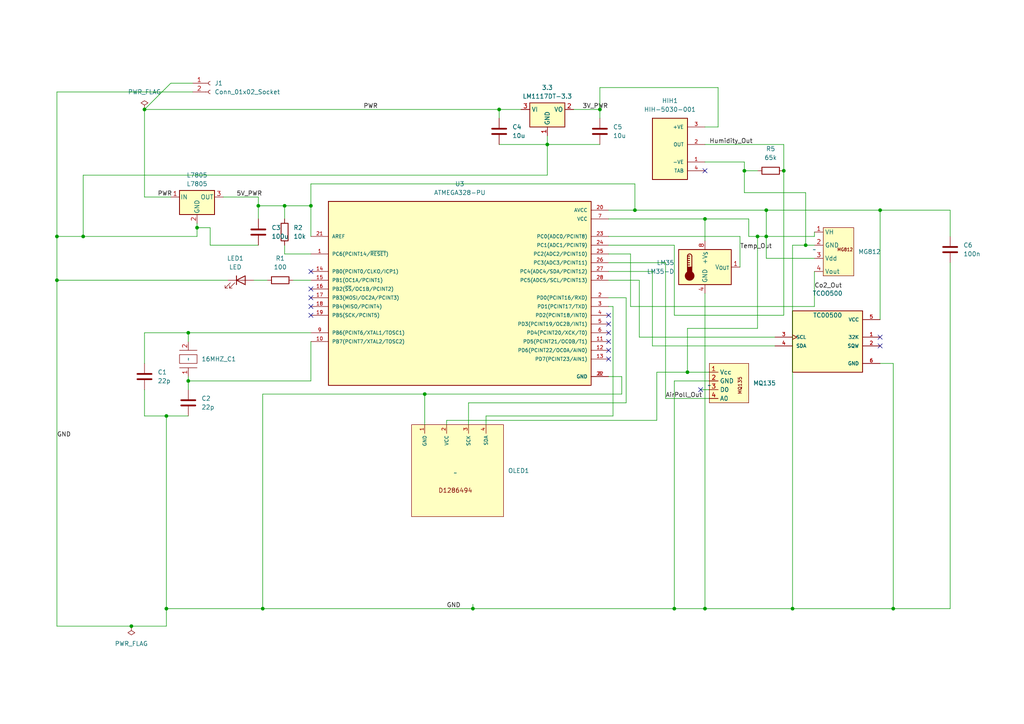
<source format=kicad_sch>
(kicad_sch (version 20230121) (generator eeschema)

  (uuid 501df354-bc68-46a0-a307-a0903989928d)

  (paper "A4")

  (lib_symbols
    (symbol "ATMEGA328-PU:ATMEGA328-PU" (pin_names (offset 1.016)) (in_bom yes) (on_board yes)
      (property "Reference" "U" (at -38.1 26.289 0)
        (effects (font (size 1.27 1.27)) (justify left bottom))
      )
      (property "Value" "ATMEGA328-PU" (at -38.1 -30.48 0)
        (effects (font (size 1.27 1.27)) (justify left bottom))
      )
      (property "Footprint" "ATMEGA328-PU:DIP787W46P254L3467H508Q28" (at 0 0 0)
        (effects (font (size 1.27 1.27)) (justify bottom) hide)
      )
      (property "Datasheet" "" (at 0 0 0)
        (effects (font (size 1.27 1.27)) hide)
      )
      (property "MF" "Microchip" (at 0 0 0)
        (effects (font (size 1.27 1.27)) (justify bottom) hide)
      )
      (property "MAXIMUM_PACKAGE_HEIGHT" "5.08 mm" (at 0 0 0)
        (effects (font (size 1.27 1.27)) (justify bottom) hide)
      )
      (property "Package" "DIP-28 Microchip Technology" (at 0 0 0)
        (effects (font (size 1.27 1.27)) (justify bottom) hide)
      )
      (property "Price" "None" (at 0 0 0)
        (effects (font (size 1.27 1.27)) (justify bottom) hide)
      )
      (property "Check_prices" "https://www.snapeda.com/parts/ATMEGA328-PU/Microchip/view-part/?ref=eda" (at 0 0 0)
        (effects (font (size 1.27 1.27)) (justify bottom) hide)
      )
      (property "STANDARD" "IPC 7351B" (at 0 0 0)
        (effects (font (size 1.27 1.27)) (justify bottom) hide)
      )
      (property "PARTREV" "B" (at 0 0 0)
        (effects (font (size 1.27 1.27)) (justify bottom) hide)
      )
      (property "SnapEDA_Link" "https://www.snapeda.com/parts/ATMEGA328-PU/Microchip/view-part/?ref=snap" (at 0 0 0)
        (effects (font (size 1.27 1.27)) (justify bottom) hide)
      )
      (property "MP" "ATMEGA328-PU" (at 0 0 0)
        (effects (font (size 1.27 1.27)) (justify bottom) hide)
      )
      (property "Purchase-URL" "https://www.snapeda.com/api/url_track_click_mouser/?unipart_id=49576&manufacturer=Microchip&part_name=ATMEGA328-PU&search_term=None" (at 0 0 0)
        (effects (font (size 1.27 1.27)) (justify bottom) hide)
      )
      (property "Description" "\nAVR AVR® ATmega Microcontroller IC 8-Bit 20MHz 32KB (16K x 16) FLASH 28-PDIP\n" (at 0 0 0)
        (effects (font (size 1.27 1.27)) (justify bottom) hide)
      )
      (property "Availability" "In Stock" (at 0 0 0)
        (effects (font (size 1.27 1.27)) (justify bottom) hide)
      )
      (property "MANUFACTURER" "Microchip Technology" (at 0 0 0)
        (effects (font (size 1.27 1.27)) (justify bottom) hide)
      )
      (symbol "ATMEGA328-PU_0_0"
        (rectangle (start -38.1 -27.94) (end 38.1 25.4)
          (stroke (width 0.254) (type default))
          (fill (type background))
        )
        (pin bidirectional line (at -43.18 10.16 0) (length 5.08)
          (name "PC6(PCINT14/~{RESET})" (effects (font (size 1.016 1.016))))
          (number "1" (effects (font (size 1.016 1.016))))
        )
        (pin bidirectional line (at -43.18 -15.24 0) (length 5.08)
          (name "PB7(PCINT7/XTAL2/TOSC2)" (effects (font (size 1.016 1.016))))
          (number "10" (effects (font (size 1.016 1.016))))
        )
        (pin bidirectional line (at 43.18 -15.24 180) (length 5.08)
          (name "PD5(PCINT21/OC0B/T1)" (effects (font (size 1.016 1.016))))
          (number "11" (effects (font (size 1.016 1.016))))
        )
        (pin bidirectional line (at 43.18 -17.78 180) (length 5.08)
          (name "PD6(PCINT22/OC0A/AIN0)" (effects (font (size 1.016 1.016))))
          (number "12" (effects (font (size 1.016 1.016))))
        )
        (pin bidirectional line (at 43.18 -20.32 180) (length 5.08)
          (name "PD7(PCINT23/AIN1)" (effects (font (size 1.016 1.016))))
          (number "13" (effects (font (size 1.016 1.016))))
        )
        (pin bidirectional line (at -43.18 5.08 0) (length 5.08)
          (name "PB0(PCINT0/CLKO/ICP1)" (effects (font (size 1.016 1.016))))
          (number "14" (effects (font (size 1.016 1.016))))
        )
        (pin bidirectional line (at -43.18 2.54 0) (length 5.08)
          (name "PB1(OC1A/PCINT1)" (effects (font (size 1.016 1.016))))
          (number "15" (effects (font (size 1.016 1.016))))
        )
        (pin bidirectional line (at -43.18 0 0) (length 5.08)
          (name "PB2(~{SS}/OC1B/PCINT2)" (effects (font (size 1.016 1.016))))
          (number "16" (effects (font (size 1.016 1.016))))
        )
        (pin bidirectional line (at -43.18 -2.54 0) (length 5.08)
          (name "PB3(MOSI/OC2A/PCINT3)" (effects (font (size 1.016 1.016))))
          (number "17" (effects (font (size 1.016 1.016))))
        )
        (pin bidirectional line (at -43.18 -5.08 0) (length 5.08)
          (name "PB4(MISO/PCINT4)" (effects (font (size 1.016 1.016))))
          (number "18" (effects (font (size 1.016 1.016))))
        )
        (pin bidirectional line (at -43.18 -7.62 0) (length 5.08)
          (name "PB5(SCK/PCINT5)" (effects (font (size 1.016 1.016))))
          (number "19" (effects (font (size 1.016 1.016))))
        )
        (pin bidirectional line (at 43.18 -2.54 180) (length 5.08)
          (name "PD0(PCINT16/RXD)" (effects (font (size 1.016 1.016))))
          (number "2" (effects (font (size 1.016 1.016))))
        )
        (pin power_in line (at 43.18 22.86 180) (length 5.08)
          (name "AVCC" (effects (font (size 1.016 1.016))))
          (number "20" (effects (font (size 1.016 1.016))))
        )
        (pin input line (at -43.18 15.24 0) (length 5.08)
          (name "AREF" (effects (font (size 1.016 1.016))))
          (number "21" (effects (font (size 1.016 1.016))))
        )
        (pin power_in line (at 43.18 -25.4 180) (length 5.08)
          (name "GND" (effects (font (size 1.016 1.016))))
          (number "22" (effects (font (size 1.016 1.016))))
        )
        (pin bidirectional line (at 43.18 15.24 180) (length 5.08)
          (name "PC0(ADC0/PCINT8)" (effects (font (size 1.016 1.016))))
          (number "23" (effects (font (size 1.016 1.016))))
        )
        (pin bidirectional line (at 43.18 12.7 180) (length 5.08)
          (name "PC1(ADC1/PCINT9)" (effects (font (size 1.016 1.016))))
          (number "24" (effects (font (size 1.016 1.016))))
        )
        (pin bidirectional line (at 43.18 10.16 180) (length 5.08)
          (name "PC2(ADC2/PCINT10)" (effects (font (size 1.016 1.016))))
          (number "25" (effects (font (size 1.016 1.016))))
        )
        (pin bidirectional line (at 43.18 7.62 180) (length 5.08)
          (name "PC3(ADC3/PCINT11)" (effects (font (size 1.016 1.016))))
          (number "26" (effects (font (size 1.016 1.016))))
        )
        (pin bidirectional line (at 43.18 5.08 180) (length 5.08)
          (name "PC4(ADC4/SDA/PCINT12)" (effects (font (size 1.016 1.016))))
          (number "27" (effects (font (size 1.016 1.016))))
        )
        (pin bidirectional line (at 43.18 2.54 180) (length 5.08)
          (name "PC5(ADC5/SCL/PCINT13)" (effects (font (size 1.016 1.016))))
          (number "28" (effects (font (size 1.016 1.016))))
        )
        (pin bidirectional line (at 43.18 -5.08 180) (length 5.08)
          (name "PD1(PCINT17/TXD)" (effects (font (size 1.016 1.016))))
          (number "3" (effects (font (size 1.016 1.016))))
        )
        (pin bidirectional line (at 43.18 -7.62 180) (length 5.08)
          (name "PD2(PCINT18/INT0)" (effects (font (size 1.016 1.016))))
          (number "4" (effects (font (size 1.016 1.016))))
        )
        (pin bidirectional line (at 43.18 -10.16 180) (length 5.08)
          (name "PD3(PCINT19/OC2B/INT1)" (effects (font (size 1.016 1.016))))
          (number "5" (effects (font (size 1.016 1.016))))
        )
        (pin bidirectional line (at 43.18 -12.7 180) (length 5.08)
          (name "PD4(PCINT20/XCK/T0)" (effects (font (size 1.016 1.016))))
          (number "6" (effects (font (size 1.016 1.016))))
        )
        (pin power_in line (at 43.18 20.32 180) (length 5.08)
          (name "VCC" (effects (font (size 1.016 1.016))))
          (number "7" (effects (font (size 1.016 1.016))))
        )
        (pin power_in line (at 43.18 -25.4 180) (length 5.08)
          (name "GND" (effects (font (size 1.016 1.016))))
          (number "8" (effects (font (size 1.016 1.016))))
        )
        (pin bidirectional line (at -43.18 -12.7 0) (length 5.08)
          (name "PB6(PCINT6/XTAL1/TOSC1)" (effects (font (size 1.016 1.016))))
          (number "9" (effects (font (size 1.016 1.016))))
        )
      )
    )
    (symbol "Connector:Conn_01x02_Socket" (pin_names (offset 1.016) hide) (in_bom yes) (on_board yes)
      (property "Reference" "J" (at 0 2.54 0)
        (effects (font (size 1.27 1.27)))
      )
      (property "Value" "Conn_01x02_Socket" (at 0 -5.08 0)
        (effects (font (size 1.27 1.27)))
      )
      (property "Footprint" "" (at 0 0 0)
        (effects (font (size 1.27 1.27)) hide)
      )
      (property "Datasheet" "~" (at 0 0 0)
        (effects (font (size 1.27 1.27)) hide)
      )
      (property "ki_locked" "" (at 0 0 0)
        (effects (font (size 1.27 1.27)))
      )
      (property "ki_keywords" "connector" (at 0 0 0)
        (effects (font (size 1.27 1.27)) hide)
      )
      (property "ki_description" "Generic connector, single row, 01x02, script generated" (at 0 0 0)
        (effects (font (size 1.27 1.27)) hide)
      )
      (property "ki_fp_filters" "Connector*:*_1x??_*" (at 0 0 0)
        (effects (font (size 1.27 1.27)) hide)
      )
      (symbol "Conn_01x02_Socket_1_1"
        (arc (start 0 -2.032) (mid -0.5058 -2.54) (end 0 -3.048)
          (stroke (width 0.1524) (type default))
          (fill (type none))
        )
        (polyline
          (pts
            (xy -1.27 -2.54)
            (xy -0.508 -2.54)
          )
          (stroke (width 0.1524) (type default))
          (fill (type none))
        )
        (polyline
          (pts
            (xy -1.27 0)
            (xy -0.508 0)
          )
          (stroke (width 0.1524) (type default))
          (fill (type none))
        )
        (arc (start 0 0.508) (mid -0.5058 0) (end 0 -0.508)
          (stroke (width 0.1524) (type default))
          (fill (type none))
        )
        (pin passive line (at -5.08 0 0) (length 3.81)
          (name "Pin_1" (effects (font (size 1.27 1.27))))
          (number "1" (effects (font (size 1.27 1.27))))
        )
        (pin passive line (at -5.08 -2.54 0) (length 3.81)
          (name "Pin_2" (effects (font (size 1.27 1.27))))
          (number "2" (effects (font (size 1.27 1.27))))
        )
      )
    )
    (symbol "Device:C" (pin_numbers hide) (pin_names (offset 0.254)) (in_bom yes) (on_board yes)
      (property "Reference" "C" (at 0.635 2.54 0)
        (effects (font (size 1.27 1.27)) (justify left))
      )
      (property "Value" "C" (at 0.635 -2.54 0)
        (effects (font (size 1.27 1.27)) (justify left))
      )
      (property "Footprint" "" (at 0.9652 -3.81 0)
        (effects (font (size 1.27 1.27)) hide)
      )
      (property "Datasheet" "~" (at 0 0 0)
        (effects (font (size 1.27 1.27)) hide)
      )
      (property "ki_keywords" "cap capacitor" (at 0 0 0)
        (effects (font (size 1.27 1.27)) hide)
      )
      (property "ki_description" "Unpolarized capacitor" (at 0 0 0)
        (effects (font (size 1.27 1.27)) hide)
      )
      (property "ki_fp_filters" "C_*" (at 0 0 0)
        (effects (font (size 1.27 1.27)) hide)
      )
      (symbol "C_0_1"
        (polyline
          (pts
            (xy -2.032 -0.762)
            (xy 2.032 -0.762)
          )
          (stroke (width 0.508) (type default))
          (fill (type none))
        )
        (polyline
          (pts
            (xy -2.032 0.762)
            (xy 2.032 0.762)
          )
          (stroke (width 0.508) (type default))
          (fill (type none))
        )
      )
      (symbol "C_1_1"
        (pin passive line (at 0 3.81 270) (length 2.794)
          (name "~" (effects (font (size 1.27 1.27))))
          (number "1" (effects (font (size 1.27 1.27))))
        )
        (pin passive line (at 0 -3.81 90) (length 2.794)
          (name "~" (effects (font (size 1.27 1.27))))
          (number "2" (effects (font (size 1.27 1.27))))
        )
      )
    )
    (symbol "Device:LED" (pin_numbers hide) (pin_names (offset 1.016) hide) (in_bom yes) (on_board yes)
      (property "Reference" "D" (at 0 2.54 0)
        (effects (font (size 1.27 1.27)))
      )
      (property "Value" "LED" (at 0 -2.54 0)
        (effects (font (size 1.27 1.27)))
      )
      (property "Footprint" "" (at 0 0 0)
        (effects (font (size 1.27 1.27)) hide)
      )
      (property "Datasheet" "~" (at 0 0 0)
        (effects (font (size 1.27 1.27)) hide)
      )
      (property "ki_keywords" "LED diode" (at 0 0 0)
        (effects (font (size 1.27 1.27)) hide)
      )
      (property "ki_description" "Light emitting diode" (at 0 0 0)
        (effects (font (size 1.27 1.27)) hide)
      )
      (property "ki_fp_filters" "LED* LED_SMD:* LED_THT:*" (at 0 0 0)
        (effects (font (size 1.27 1.27)) hide)
      )
      (symbol "LED_0_1"
        (polyline
          (pts
            (xy -1.27 -1.27)
            (xy -1.27 1.27)
          )
          (stroke (width 0.254) (type default))
          (fill (type none))
        )
        (polyline
          (pts
            (xy -1.27 0)
            (xy 1.27 0)
          )
          (stroke (width 0) (type default))
          (fill (type none))
        )
        (polyline
          (pts
            (xy 1.27 -1.27)
            (xy 1.27 1.27)
            (xy -1.27 0)
            (xy 1.27 -1.27)
          )
          (stroke (width 0.254) (type default))
          (fill (type none))
        )
        (polyline
          (pts
            (xy -3.048 -0.762)
            (xy -4.572 -2.286)
            (xy -3.81 -2.286)
            (xy -4.572 -2.286)
            (xy -4.572 -1.524)
          )
          (stroke (width 0) (type default))
          (fill (type none))
        )
        (polyline
          (pts
            (xy -1.778 -0.762)
            (xy -3.302 -2.286)
            (xy -2.54 -2.286)
            (xy -3.302 -2.286)
            (xy -3.302 -1.524)
          )
          (stroke (width 0) (type default))
          (fill (type none))
        )
      )
      (symbol "LED_1_1"
        (pin passive line (at -3.81 0 0) (length 2.54)
          (name "K" (effects (font (size 1.27 1.27))))
          (number "1" (effects (font (size 1.27 1.27))))
        )
        (pin passive line (at 3.81 0 180) (length 2.54)
          (name "A" (effects (font (size 1.27 1.27))))
          (number "2" (effects (font (size 1.27 1.27))))
        )
      )
    )
    (symbol "Device:R" (pin_numbers hide) (pin_names (offset 0)) (in_bom yes) (on_board yes)
      (property "Reference" "R" (at 2.032 0 90)
        (effects (font (size 1.27 1.27)))
      )
      (property "Value" "R" (at 0 0 90)
        (effects (font (size 1.27 1.27)))
      )
      (property "Footprint" "" (at -1.778 0 90)
        (effects (font (size 1.27 1.27)) hide)
      )
      (property "Datasheet" "~" (at 0 0 0)
        (effects (font (size 1.27 1.27)) hide)
      )
      (property "ki_keywords" "R res resistor" (at 0 0 0)
        (effects (font (size 1.27 1.27)) hide)
      )
      (property "ki_description" "Resistor" (at 0 0 0)
        (effects (font (size 1.27 1.27)) hide)
      )
      (property "ki_fp_filters" "R_*" (at 0 0 0)
        (effects (font (size 1.27 1.27)) hide)
      )
      (symbol "R_0_1"
        (rectangle (start -1.016 -2.54) (end 1.016 2.54)
          (stroke (width 0.254) (type default))
          (fill (type none))
        )
      )
      (symbol "R_1_1"
        (pin passive line (at 0 3.81 270) (length 1.27)
          (name "~" (effects (font (size 1.27 1.27))))
          (number "1" (effects (font (size 1.27 1.27))))
        )
        (pin passive line (at 0 -3.81 90) (length 1.27)
          (name "~" (effects (font (size 1.27 1.27))))
          (number "2" (effects (font (size 1.27 1.27))))
        )
      )
    )
    (symbol "HIH-5030-001:HIH-5030-001" (pin_names (offset 1.016)) (in_bom yes) (on_board yes)
      (property "Reference" "U" (at -11.4679 10.8308 0)
        (effects (font (size 1.27 1.27)) (justify left bottom))
      )
      (property "Value" "HIH-5030-001" (at -11.4507 -10.8145 0)
        (effects (font (size 1.27 1.27)) (justify left bottom))
      )
      (property "Footprint" "HIH-5030-001:HONEYWELL_HIH-5030-001" (at 0 0 0)
        (effects (font (size 1.27 1.27)) (justify bottom) hide)
      )
      (property "Datasheet" "" (at 0 0 0)
        (effects (font (size 1.27 1.27)) hide)
      )
      (property "MF" "Honeywell Sensing" (at 0 0 0)
        (effects (font (size 1.27 1.27)) (justify bottom) hide)
      )
      (property "Description" "\nHIH-5030-001 Humidity Sensor 3-Pin SMD, -40 - +85 degC | Honeywell HIH-5030-001\n" (at 0 0 0)
        (effects (font (size 1.27 1.27)) (justify bottom) hide)
      )
      (property "PACKAGE" "None" (at 0 0 0)
        (effects (font (size 1.27 1.27)) (justify bottom) hide)
      )
      (property "PRICE" "$6.78 USD" (at 0 0 0)
        (effects (font (size 1.27 1.27)) (justify bottom) hide)
      )
      (property "Package" "Housed Sensor Honeywell Sensing" (at 0 0 0)
        (effects (font (size 1.27 1.27)) (justify bottom) hide)
      )
      (property "Check_prices" "https://www.snapeda.com/parts/HIH-5030-001/Honeywell+Sensing+and+Productivity+Solutions/view-part/?ref=eda" (at 0 0 0)
        (effects (font (size 1.27 1.27)) (justify bottom) hide)
      )
      (property "Price" "None" (at 0 0 0)
        (effects (font (size 1.27 1.27)) (justify bottom) hide)
      )
      (property "SnapEDA_Link" "https://www.snapeda.com/parts/HIH-5030-001/Honeywell+Sensing+and+Productivity+Solutions/view-part/?ref=snap" (at 0 0 0)
        (effects (font (size 1.27 1.27)) (justify bottom) hide)
      )
      (property "MP" "HIH-5030-001" (at 0 0 0)
        (effects (font (size 1.27 1.27)) (justify bottom) hide)
      )
      (property "AVAILABILITY" "Good" (at 0 0 0)
        (effects (font (size 1.27 1.27)) (justify bottom) hide)
      )
      (property "Availability" "In Stock" (at 0 0 0)
        (effects (font (size 1.27 1.27)) (justify bottom) hide)
      )
      (symbol "HIH-5030-001_0_0"
        (rectangle (start -10.16 -7.62) (end 0 10.16)
          (stroke (width 0.254) (type default))
          (fill (type background))
        )
        (pin power_in line (at 5.08 -2.54 180) (length 5.08)
          (name "-VE" (effects (font (size 1.016 1.016))))
          (number "1" (effects (font (size 1.016 1.016))))
        )
        (pin output line (at 5.08 2.54 180) (length 5.08)
          (name "OUT" (effects (font (size 1.016 1.016))))
          (number "2" (effects (font (size 1.016 1.016))))
        )
        (pin power_in line (at 5.08 7.62 180) (length 5.08)
          (name "+VE" (effects (font (size 1.016 1.016))))
          (number "3" (effects (font (size 1.016 1.016))))
        )
        (pin passive line (at 5.08 -5.08 180) (length 5.08)
          (name "TAB" (effects (font (size 1.016 1.016))))
          (number "4" (effects (font (size 1.016 1.016))))
        )
      )
    )
    (symbol "Regulator_Linear:L7805" (pin_names (offset 0.254)) (in_bom yes) (on_board yes)
      (property "Reference" "U" (at -3.81 3.175 0)
        (effects (font (size 1.27 1.27)))
      )
      (property "Value" "L7805" (at 0 3.175 0)
        (effects (font (size 1.27 1.27)) (justify left))
      )
      (property "Footprint" "" (at 0.635 -3.81 0)
        (effects (font (size 1.27 1.27) italic) (justify left) hide)
      )
      (property "Datasheet" "http://www.st.com/content/ccc/resource/technical/document/datasheet/41/4f/b3/b0/12/d4/47/88/CD00000444.pdf/files/CD00000444.pdf/jcr:content/translations/en.CD00000444.pdf" (at 0 -1.27 0)
        (effects (font (size 1.27 1.27)) hide)
      )
      (property "ki_keywords" "Voltage Regulator 1.5A Positive" (at 0 0 0)
        (effects (font (size 1.27 1.27)) hide)
      )
      (property "ki_description" "Positive 1.5A 35V Linear Regulator, Fixed Output 5V, TO-220/TO-263/TO-252" (at 0 0 0)
        (effects (font (size 1.27 1.27)) hide)
      )
      (property "ki_fp_filters" "TO?252* TO?263* TO?220*" (at 0 0 0)
        (effects (font (size 1.27 1.27)) hide)
      )
      (symbol "L7805_0_1"
        (rectangle (start -5.08 1.905) (end 5.08 -5.08)
          (stroke (width 0.254) (type default))
          (fill (type background))
        )
      )
      (symbol "L7805_1_1"
        (pin power_in line (at -7.62 0 0) (length 2.54)
          (name "IN" (effects (font (size 1.27 1.27))))
          (number "1" (effects (font (size 1.27 1.27))))
        )
        (pin power_in line (at 0 -7.62 90) (length 2.54)
          (name "GND" (effects (font (size 1.27 1.27))))
          (number "2" (effects (font (size 1.27 1.27))))
        )
        (pin power_out line (at 7.62 0 180) (length 2.54)
          (name "OUT" (effects (font (size 1.27 1.27))))
          (number "3" (effects (font (size 1.27 1.27))))
        )
      )
    )
    (symbol "Regulator_Linear:LM1117DT-3.3" (in_bom yes) (on_board yes)
      (property "Reference" "U" (at -3.81 3.175 0)
        (effects (font (size 1.27 1.27)))
      )
      (property "Value" "LM1117DT-3.3" (at 0 3.175 0)
        (effects (font (size 1.27 1.27)) (justify left))
      )
      (property "Footprint" "Package_TO_SOT_SMD:TO-252-3_TabPin2" (at 0 0 0)
        (effects (font (size 1.27 1.27)) hide)
      )
      (property "Datasheet" "http://www.ti.com/lit/ds/symlink/lm1117.pdf" (at 0 0 0)
        (effects (font (size 1.27 1.27)) hide)
      )
      (property "ki_keywords" "linear regulator ldo fixed positive" (at 0 0 0)
        (effects (font (size 1.27 1.27)) hide)
      )
      (property "ki_description" "800mA Low-Dropout Linear Regulator, 3.3V fixed output, TO-252" (at 0 0 0)
        (effects (font (size 1.27 1.27)) hide)
      )
      (property "ki_fp_filters" "TO?252*" (at 0 0 0)
        (effects (font (size 1.27 1.27)) hide)
      )
      (symbol "LM1117DT-3.3_0_1"
        (rectangle (start -5.08 -5.08) (end 5.08 1.905)
          (stroke (width 0.254) (type default))
          (fill (type background))
        )
      )
      (symbol "LM1117DT-3.3_1_1"
        (pin power_in line (at 0 -7.62 90) (length 2.54)
          (name "GND" (effects (font (size 1.27 1.27))))
          (number "1" (effects (font (size 1.27 1.27))))
        )
        (pin power_out line (at 7.62 0 180) (length 2.54)
          (name "VO" (effects (font (size 1.27 1.27))))
          (number "2" (effects (font (size 1.27 1.27))))
        )
        (pin power_in line (at -7.62 0 0) (length 2.54)
          (name "VI" (effects (font (size 1.27 1.27))))
          (number "3" (effects (font (size 1.27 1.27))))
        )
      )
    )
    (symbol "Sensor_Temperature:LM35-D" (in_bom yes) (on_board yes)
      (property "Reference" "U" (at -6.35 6.35 0)
        (effects (font (size 1.27 1.27)))
      )
      (property "Value" "LM35-D" (at 1.27 6.35 0)
        (effects (font (size 1.27 1.27)) (justify left))
      )
      (property "Footprint" "Package_SO:SOIC-8_3.9x4.9mm_P1.27mm" (at 0 -10.16 0)
        (effects (font (size 1.27 1.27)) hide)
      )
      (property "Datasheet" "http://www.ti.com/lit/ds/symlink/lm35.pdf" (at 0 0 0)
        (effects (font (size 1.27 1.27)) hide)
      )
      (property "ki_keywords" "temperature sensor thermistor" (at 0 0 0)
        (effects (font (size 1.27 1.27)) hide)
      )
      (property "ki_description" "Precision centigrade temperature sensor, SOIC-8" (at 0 0 0)
        (effects (font (size 1.27 1.27)) hide)
      )
      (property "ki_fp_filters" "SOIC*" (at 0 0 0)
        (effects (font (size 1.27 1.27)) hide)
      )
      (symbol "LM35-D_0_1"
        (rectangle (start -7.62 5.08) (end 7.62 -5.08)
          (stroke (width 0.254) (type default))
          (fill (type background))
        )
        (circle (center -4.445 -2.54) (radius 1.27)
          (stroke (width 0.254) (type default))
          (fill (type outline))
        )
        (rectangle (start -3.81 -1.905) (end -5.08 0)
          (stroke (width 0.254) (type default))
          (fill (type outline))
        )
        (arc (start -3.81 3.175) (mid -4.445 3.8073) (end -5.08 3.175)
          (stroke (width 0.254) (type default))
          (fill (type none))
        )
        (polyline
          (pts
            (xy -5.08 0.635)
            (xy -4.445 0.635)
          )
          (stroke (width 0.254) (type default))
          (fill (type none))
        )
        (polyline
          (pts
            (xy -5.08 1.27)
            (xy -4.445 1.27)
          )
          (stroke (width 0.254) (type default))
          (fill (type none))
        )
        (polyline
          (pts
            (xy -5.08 1.905)
            (xy -4.445 1.905)
          )
          (stroke (width 0.254) (type default))
          (fill (type none))
        )
        (polyline
          (pts
            (xy -5.08 2.54)
            (xy -4.445 2.54)
          )
          (stroke (width 0.254) (type default))
          (fill (type none))
        )
        (polyline
          (pts
            (xy -5.08 3.175)
            (xy -5.08 0)
          )
          (stroke (width 0.254) (type default))
          (fill (type none))
        )
        (polyline
          (pts
            (xy -5.08 3.175)
            (xy -4.445 3.175)
          )
          (stroke (width 0.254) (type default))
          (fill (type none))
        )
        (polyline
          (pts
            (xy -3.81 3.175)
            (xy -3.81 0)
          )
          (stroke (width 0.254) (type default))
          (fill (type none))
        )
      )
      (symbol "LM35-D_1_1"
        (pin output line (at 10.16 0 180) (length 2.54)
          (name "V_{OUT}" (effects (font (size 1.27 1.27))))
          (number "1" (effects (font (size 1.27 1.27))))
        )
        (pin no_connect line (at -2.54 -5.08 90) (length 2.54) hide
          (name "NC" (effects (font (size 1.27 1.27))))
          (number "2" (effects (font (size 1.27 1.27))))
        )
        (pin no_connect line (at -2.54 5.08 270) (length 2.54) hide
          (name "NC" (effects (font (size 1.27 1.27))))
          (number "3" (effects (font (size 1.27 1.27))))
        )
        (pin power_in line (at 0 -7.62 90) (length 2.54)
          (name "GND" (effects (font (size 1.27 1.27))))
          (number "4" (effects (font (size 1.27 1.27))))
        )
        (pin no_connect line (at 2.54 -5.08 90) (length 2.54) hide
          (name "NC" (effects (font (size 1.27 1.27))))
          (number "5" (effects (font (size 1.27 1.27))))
        )
        (pin no_connect line (at 5.08 -5.08 90) (length 2.54) hide
          (name "NC" (effects (font (size 1.27 1.27))))
          (number "6" (effects (font (size 1.27 1.27))))
        )
        (pin no_connect line (at 7.62 2.54 180) (length 2.54) hide
          (name "NC" (effects (font (size 1.27 1.27))))
          (number "7" (effects (font (size 1.27 1.27))))
        )
        (pin power_in line (at 0 7.62 270) (length 2.54)
          (name "+V_{S}" (effects (font (size 1.27 1.27))))
          (number "8" (effects (font (size 1.27 1.27))))
        )
      )
    )
    (symbol "Symbolsmadebygiri:16MHZ" (in_bom yes) (on_board yes)
      (property "Reference" "U" (at 0 0 0)
        (effects (font (size 1.27 1.27)))
      )
      (property "Value" "" (at 0 0 0)
        (effects (font (size 1.27 1.27)))
      )
      (property "Footprint" "" (at 0 0 0)
        (effects (font (size 1.27 1.27)) hide)
      )
      (property "Datasheet" "" (at 0 0 0)
        (effects (font (size 1.27 1.27)) hide)
      )
      (symbol "16MHZ_0_1"
        (rectangle (start -1.27 2.54) (end 1.27 -2.54)
          (stroke (width 0) (type default))
          (fill (type none))
        )
        (polyline
          (pts
            (xy -2.54 2.54)
            (xy -2.54 -2.54)
          )
          (stroke (width 0) (type default))
          (fill (type none))
        )
        (polyline
          (pts
            (xy 2.54 2.54)
            (xy 2.54 -2.54)
          )
          (stroke (width 0) (type default))
          (fill (type none))
        )
      )
      (symbol "16MHZ_1_1"
        (pin bidirectional line (at -5.08 0 0) (length 2.54)
          (name "" (effects (font (size 1.27 1.27))))
          (number "1" (effects (font (size 1.27 1.27))))
        )
        (pin bidirectional line (at 5.08 0 180) (length 2.54)
          (name "" (effects (font (size 1.27 1.27))))
          (number "2" (effects (font (size 1.27 1.27))))
        )
      )
    )
    (symbol "Symbolsmadebygiri:MG812" (in_bom yes) (on_board yes)
      (property "Reference" "U" (at 0 0 0)
        (effects (font (size 1.27 1.27)))
      )
      (property "Value" "" (at 0 0 0)
        (effects (font (size 1.27 1.27)))
      )
      (property "Footprint" "" (at 0 0 0)
        (effects (font (size 1.27 1.27)) hide)
      )
      (property "Datasheet" "" (at 0 0 0)
        (effects (font (size 1.27 1.27)) hide)
      )
      (symbol "MG812_1_1"
        (rectangle (start 2.54 6.35) (end 11.43 -7.62)
          (stroke (width 0) (type default))
          (fill (type background))
        )
        (text "MG812" (at 8.89 0 0)
          (effects (font (size 0.9 0.9)))
        )
        (pin power_in line (at 0 5.08 0) (length 2.54)
          (name "VH" (effects (font (size 1.27 1.27))))
          (number "1" (effects (font (size 1.27 1.27))))
        )
        (pin power_in line (at 0 1.27 0) (length 2.54)
          (name "GND" (effects (font (size 1.27 1.27))))
          (number "2" (effects (font (size 1.27 1.27))))
        )
        (pin power_in line (at 0 -2.54 0) (length 2.54)
          (name "Vdd" (effects (font (size 1.27 1.27))))
          (number "3" (effects (font (size 1.27 1.27))))
        )
        (pin output line (at 0 -6.35 0) (length 2.54)
          (name "Vout" (effects (font (size 1.27 1.27))))
          (number "4" (effects (font (size 1.27 1.27))))
        )
      )
    )
    (symbol "Symbolsmadebygiri:MQ135" (in_bom yes) (on_board yes)
      (property "Reference" "U" (at 0 0 0)
        (effects (font (size 1.27 1.27)))
      )
      (property "Value" "" (at 0 0 0)
        (effects (font (size 1.27 1.27)))
      )
      (property "Footprint" "" (at 0 0 0)
        (effects (font (size 1.27 1.27)) hide)
      )
      (property "Datasheet" "" (at 0 0 0)
        (effects (font (size 1.27 1.27)) hide)
      )
      (symbol "MQ135_1_1"
        (rectangle (start 0 6.35) (end 11.43 -5.08)
          (stroke (width 0) (type default))
          (fill (type background))
        )
        (text "MQ135" (at 8.89 0 900)
          (effects (font (size 1 1)))
        )
        (pin power_in line (at 0 3.81 0) (length 2.54)
          (name "Vcc" (effects (font (size 1.27 1.27))))
          (number "1" (effects (font (size 1.27 1.27))))
        )
        (pin power_in line (at 0 1.27 0) (length 2.54)
          (name "GND" (effects (font (size 1.27 1.27))))
          (number "2" (effects (font (size 1.27 1.27))))
        )
        (pin output line (at 0 -1.27 0) (length 2.54)
          (name "D0" (effects (font (size 1.27 1.27))))
          (number "3" (effects (font (size 1.27 1.27))))
        )
        (pin output line (at 0 -3.81 0) (length 2.54)
          (name "A0" (effects (font (size 1.27 1.27))))
          (number "4" (effects (font (size 1.27 1.27))))
        )
      )
    )
    (symbol "TC00500:TC00500" (pin_names (offset 1.016)) (in_bom yes) (on_board yes)
      (property "Reference" "U" (at -10.16 8.89 0)
        (effects (font (size 1.27 1.27)) (justify left bottom))
      )
      (property "Value" "TC00500" (at -10.16 -11.43 0)
        (effects (font (size 1.27 1.27)) (justify left top))
      )
      (property "Footprint" "TC00500:MODULE_TC00500" (at 0 0 0)
        (effects (font (size 1.27 1.27)) (justify bottom) hide)
      )
      (property "Datasheet" "" (at 0 0 0)
        (effects (font (size 1.27 1.27)) hide)
      )
      (property "MF" "YKS" (at 0 0 0)
        (effects (font (size 1.27 1.27)) (justify bottom) hide)
      )
      (property "MAXIMUM_PACKAGE_HEIGHT" "37.5 mm" (at 0 0 0)
        (effects (font (size 1.27 1.27)) (justify bottom) hide)
      )
      (property "Package" "None" (at 0 0 0)
        (effects (font (size 1.27 1.27)) (justify bottom) hide)
      )
      (property "Price" "None" (at 0 0 0)
        (effects (font (size 1.27 1.27)) (justify bottom) hide)
      )
      (property "Check_prices" "https://www.snapeda.com/parts/TC00500/YKS/view-part/?ref=eda" (at 0 0 0)
        (effects (font (size 1.27 1.27)) (justify bottom) hide)
      )
      (property "STANDARD" "Manufacturer Recommendations" (at 0 0 0)
        (effects (font (size 1.27 1.27)) (justify bottom) hide)
      )
      (property "PARTREV" "N/A" (at 0 0 0)
        (effects (font (size 1.27 1.27)) (justify bottom) hide)
      )
      (property "SnapEDA_Link" "https://www.snapeda.com/parts/TC00500/YKS/view-part/?ref=snap" (at 0 0 0)
        (effects (font (size 1.27 1.27)) (justify bottom) hide)
      )
      (property "MP" "TC00500" (at 0 0 0)
        (effects (font (size 1.27 1.27)) (justify bottom) hide)
      )
      (property "Description" "\nDS3231 AT24C32 IIC module precision Real time clock quare memory for Arduino\n" (at 0 0 0)
        (effects (font (size 1.27 1.27)) (justify bottom) hide)
      )
      (property "Availability" "Not in stock" (at 0 0 0)
        (effects (font (size 1.27 1.27)) (justify bottom) hide)
      )
      (property "MANUFACTURER" "YKS" (at 0 0 0)
        (effects (font (size 1.27 1.27)) (justify bottom) hide)
      )
      (symbol "TC00500_0_0"
        (rectangle (start -10.16 -10.16) (end 10.16 7.62)
          (stroke (width 0.254) (type default))
          (fill (type background))
        )
        (pin output line (at 15.24 0 180) (length 5.08)
          (name "32K" (effects (font (size 1.016 1.016))))
          (number "1" (effects (font (size 1.016 1.016))))
        )
        (pin output line (at 15.24 -2.54 180) (length 5.08)
          (name "SQW" (effects (font (size 1.016 1.016))))
          (number "2" (effects (font (size 1.016 1.016))))
        )
        (pin input clock (at -15.24 0 0) (length 5.08)
          (name "SCL" (effects (font (size 1.016 1.016))))
          (number "3" (effects (font (size 1.016 1.016))))
        )
        (pin bidirectional line (at -15.24 -2.54 0) (length 5.08)
          (name "SDA" (effects (font (size 1.016 1.016))))
          (number "4" (effects (font (size 1.016 1.016))))
        )
        (pin power_in line (at 15.24 5.08 180) (length 5.08)
          (name "VCC" (effects (font (size 1.016 1.016))))
          (number "5" (effects (font (size 1.016 1.016))))
        )
        (pin power_in line (at 15.24 -7.62 180) (length 5.08)
          (name "GND" (effects (font (size 1.016 1.016))))
          (number "6" (effects (font (size 1.016 1.016))))
        )
      )
    )
    (symbol "lcd_i2c:LCD_I2C" (in_bom yes) (on_board yes)
      (property "Reference" "U" (at 0 0 0)
        (effects (font (size 1.27 1.27)))
      )
      (property "Value" "" (at 0 0 0)
        (effects (font (size 1.27 1.27)))
      )
      (property "Footprint" "" (at 0 0 0)
        (effects (font (size 1.27 1.27)) hide)
      )
      (property "Datasheet" "" (at 0 0 0)
        (effects (font (size 1.27 1.27)) hide)
      )
      (symbol "LCD_I2C_1_1"
        (rectangle (start -12.7 13.97) (end 13.97 -12.7)
          (stroke (width 0) (type default))
          (fill (type background))
        )
        (text "D1286494\n" (at 0 -5.08 0)
          (effects (font (size 1.27 1.27)))
        )
        (pin power_in line (at -8.89 13.97 270) (length 2.54)
          (name "GND" (effects (font (size 1 1))))
          (number "1" (effects (font (size 1 1))))
        )
        (pin power_in line (at -2.54 13.97 270) (length 2.54)
          (name "VCC" (effects (font (size 1 1))))
          (number "2" (effects (font (size 1 1))))
        )
        (pin input line (at 3.81 13.97 270) (length 2.54)
          (name "SCK" (effects (font (size 1 1))))
          (number "3" (effects (font (size 1 1))))
        )
        (pin input line (at 8.89 13.97 270) (length 2.54)
          (name "SDA" (effects (font (size 1 1))))
          (number "4" (effects (font (size 1 1))))
        )
      )
    )
    (symbol "power:PWR_FLAG" (power) (pin_numbers hide) (pin_names (offset 0) hide) (in_bom yes) (on_board yes)
      (property "Reference" "#FLG" (at 0 1.905 0)
        (effects (font (size 1.27 1.27)) hide)
      )
      (property "Value" "PWR_FLAG" (at 0 3.81 0)
        (effects (font (size 1.27 1.27)))
      )
      (property "Footprint" "" (at 0 0 0)
        (effects (font (size 1.27 1.27)) hide)
      )
      (property "Datasheet" "~" (at 0 0 0)
        (effects (font (size 1.27 1.27)) hide)
      )
      (property "ki_keywords" "flag power" (at 0 0 0)
        (effects (font (size 1.27 1.27)) hide)
      )
      (property "ki_description" "Special symbol for telling ERC where power comes from" (at 0 0 0)
        (effects (font (size 1.27 1.27)) hide)
      )
      (symbol "PWR_FLAG_0_0"
        (pin power_out line (at 0 0 90) (length 0)
          (name "pwr" (effects (font (size 1.27 1.27))))
          (number "1" (effects (font (size 1.27 1.27))))
        )
      )
      (symbol "PWR_FLAG_0_1"
        (polyline
          (pts
            (xy 0 0)
            (xy 0 1.27)
            (xy -1.016 1.905)
            (xy 0 2.54)
            (xy 1.016 1.905)
            (xy 0 1.27)
          )
          (stroke (width 0) (type default))
          (fill (type none))
        )
      )
    )
  )

  (junction (at 41.91 31.75) (diameter 0) (color 0 0 0 0)
    (uuid 05728ea4-72db-434c-ba16-2de6be70d515)
  )
  (junction (at 195.58 176.53) (diameter 0) (color 0 0 0 0)
    (uuid 0b527815-8479-4f76-8834-d69899db8ff9)
  )
  (junction (at 158.75 41.91) (diameter 0) (color 0 0 0 0)
    (uuid 0e6be387-14dd-43d1-b519-59d5afad9068)
  )
  (junction (at 74.93 59.69) (diameter 0) (color 0 0 0 0)
    (uuid 104f69b7-65bd-4bfe-9c9c-df19d5513472)
  )
  (junction (at 137.16 176.53) (diameter 0) (color 0 0 0 0)
    (uuid 121e3a42-b0e6-4ed2-92ca-727c9b1557fd)
  )
  (junction (at 16.51 68.58) (diameter 0) (color 0 0 0 0)
    (uuid 153de6f7-4c2c-4a37-9ab4-970e7f83bfae)
  )
  (junction (at 229.87 176.53) (diameter 0) (color 0 0 0 0)
    (uuid 267df7a3-4dae-41ea-ac7c-4bb25755aa45)
  )
  (junction (at 144.78 31.75) (diameter 0) (color 0 0 0 0)
    (uuid 322ee003-3d84-4b18-805d-bf06c5fb85a3)
  )
  (junction (at 222.25 60.96) (diameter 0) (color 0 0 0 0)
    (uuid 394a9a4c-f7b1-4ab7-9053-b28f20bd046e)
  )
  (junction (at 82.55 59.69) (diameter 0) (color 0 0 0 0)
    (uuid 3beb9b15-bad3-4f45-a466-048fa628e1ac)
  )
  (junction (at 199.39 107.95) (diameter 0) (color 0 0 0 0)
    (uuid 4c4f4d3d-b13f-4828-bf21-cf6a80e297d5)
  )
  (junction (at 57.15 66.04) (diameter 0) (color 0 0 0 0)
    (uuid 51d21f36-9715-4ce5-be27-43a99b62e719)
  )
  (junction (at 222.25 68.58) (diameter 0) (color 0 0 0 0)
    (uuid 61bf9d77-9d55-41b6-829c-03f11a6923ea)
  )
  (junction (at 54.61 110.49) (diameter 0) (color 0 0 0 0)
    (uuid 688e94e1-bdf3-4179-a1e8-9c746386e4fa)
  )
  (junction (at 215.9 49.53) (diameter 0) (color 0 0 0 0)
    (uuid 7201343d-293d-4d9e-a8c4-024e7769162b)
  )
  (junction (at 255.27 60.96) (diameter 0) (color 0 0 0 0)
    (uuid 76375463-b617-4354-8a20-8bc2a1de9569)
  )
  (junction (at 16.51 81.28) (diameter 0) (color 0 0 0 0)
    (uuid 8330a597-ad70-4732-b2ed-eae6b76b52e3)
  )
  (junction (at 90.17 59.69) (diameter 0) (color 0 0 0 0)
    (uuid 8346a096-4a3b-4428-8695-39dcc3dd5853)
  )
  (junction (at 184.15 60.96) (diameter 0) (color 0 0 0 0)
    (uuid 83ca8a9f-1105-4aed-b17a-21be750d251f)
  )
  (junction (at 48.26 176.53) (diameter 0) (color 0 0 0 0)
    (uuid 8874ccac-a6c4-4341-86f4-b0c784f53dc0)
  )
  (junction (at 48.26 120.65) (diameter 0) (color 0 0 0 0)
    (uuid 89a96eca-497b-4b11-94f5-220e051358a6)
  )
  (junction (at 259.08 176.53) (diameter 0) (color 0 0 0 0)
    (uuid b22ca6db-7d06-4fcb-a5e2-d3c311a626e4)
  )
  (junction (at 24.13 68.58) (diameter 0) (color 0 0 0 0)
    (uuid b48e2791-f11e-45a3-b91d-6b2c075f4a1b)
  )
  (junction (at 123.19 114.3) (diameter 0) (color 0 0 0 0)
    (uuid b836ce2a-8644-4289-87fc-0fb53c5bd431)
  )
  (junction (at 54.61 96.52) (diameter 0) (color 0 0 0 0)
    (uuid b9e9fde0-7902-4815-bd9d-f23a60dc3807)
  )
  (junction (at 76.2 176.53) (diameter 0) (color 0 0 0 0)
    (uuid bf8dbb3d-8c1a-4239-8cb5-746836ff25e6)
  )
  (junction (at 233.68 71.12) (diameter 0) (color 0 0 0 0)
    (uuid bfb0b05d-58a6-4de9-ac02-3526219a6982)
  )
  (junction (at 173.99 31.75) (diameter 0) (color 0 0 0 0)
    (uuid c5ad2bc1-939f-46bd-8cb1-8df02b6ce1b4)
  )
  (junction (at 204.47 176.53) (diameter 0) (color 0 0 0 0)
    (uuid dec95056-e4a2-436e-b569-5b1c49b7cd8d)
  )
  (junction (at 38.1 181.61) (diameter 0) (color 0 0 0 0)
    (uuid e27b1795-e2e9-4a4c-892e-c87fdd44f7df)
  )
  (junction (at 204.47 63.5) (diameter 0) (color 0 0 0 0)
    (uuid eca27faf-312d-46d5-9489-53cfcabc7210)
  )
  (junction (at 227.33 49.53) (diameter 0) (color 0 0 0 0)
    (uuid f3f524c5-0c7e-4594-8ce9-024e70ed94c8)
  )
  (junction (at 219.71 68.58) (diameter 0) (color 0 0 0 0)
    (uuid f698a332-c0c7-4a87-a15e-c2dcc8b48435)
  )

  (no_connect (at 176.53 99.06) (uuid 15c85e32-ecfe-4158-8c2d-a9b9b89f17b5))
  (no_connect (at 176.53 91.44) (uuid 163652c4-268e-4ccb-8e43-7b45401a06ec))
  (no_connect (at 176.53 93.98) (uuid 1b59f016-b1ec-4ca6-ac93-e93d921a6802))
  (no_connect (at 255.27 97.79) (uuid 27a52a4c-1068-4d3d-bd7a-e9d98ca20b05))
  (no_connect (at 176.53 96.52) (uuid 542c3c11-41d9-41a5-8f9d-6bba7d45baf1))
  (no_connect (at 90.17 91.44) (uuid 74ad58f8-d8d0-4c3e-ad78-41017b60a642))
  (no_connect (at 90.17 86.36) (uuid 83cee680-a7b2-448a-87cb-e918f739db53))
  (no_connect (at 176.53 101.6) (uuid 927e6a9d-5a59-4905-8260-4c67a626bed7))
  (no_connect (at 203.2 113.03) (uuid a10baf05-fbbb-47bc-a2d6-de56b848e025))
  (no_connect (at 255.27 100.33) (uuid ab140a1f-2f26-438d-a31f-2b6a05a26e4e))
  (no_connect (at 90.17 88.9) (uuid c7aee48a-6c85-4583-a3d1-378e9a6f022a))
  (no_connect (at 90.17 78.74) (uuid dc2d8317-be54-4a25-8cb5-0f7b89f4c67c))
  (no_connect (at 204.47 49.53) (uuid e1fc55d1-dbed-4f0b-8361-aa363355baa2))
  (no_connect (at 90.17 83.82) (uuid e9444364-8815-4d36-b895-2dd36c097953))
  (no_connect (at 176.53 104.14) (uuid f7c78351-f9d0-4c93-a6bb-678ffc40e7fd))

  (wire (pts (xy 90.17 96.52) (xy 54.61 96.52))
    (stroke (width 0) (type default))
    (uuid 03c8761f-28bd-4ce9-a66b-639a82af5c03)
  )
  (wire (pts (xy 74.93 63.5) (xy 74.93 59.69))
    (stroke (width 0) (type default))
    (uuid 066afcc1-d1d8-4502-ad9c-010fd47d3711)
  )
  (wire (pts (xy 177.8 120.65) (xy 140.97 120.65))
    (stroke (width 0) (type default))
    (uuid 08f4122d-f463-4c8b-8ea5-85fd3fab353c)
  )
  (wire (pts (xy 181.61 116.84) (xy 135.89 116.84))
    (stroke (width 0) (type default))
    (uuid 0a6fbc7b-d2f6-46df-9b19-5c46b560258d)
  )
  (wire (pts (xy 259.08 105.41) (xy 259.08 176.53))
    (stroke (width 0) (type default))
    (uuid 0dd1f662-54be-44a4-8f40-6c1b390300c9)
  )
  (wire (pts (xy 215.9 46.99) (xy 215.9 49.53))
    (stroke (width 0) (type default))
    (uuid 1015d16d-5202-4ae1-ba74-55756476d430)
  )
  (wire (pts (xy 204.47 41.91) (xy 227.33 41.91))
    (stroke (width 0) (type default))
    (uuid 12f812f2-75be-4cb1-bd2e-3ddef5fdc1ce)
  )
  (wire (pts (xy 224.79 97.79) (xy 185.42 97.79))
    (stroke (width 0) (type default))
    (uuid 14ef488a-0c42-49e5-889b-5a07596a5fe1)
  )
  (wire (pts (xy 90.17 110.49) (xy 54.61 110.49))
    (stroke (width 0) (type default))
    (uuid 154252db-32f2-4d0c-bcc7-cbf1b98ddf63)
  )
  (wire (pts (xy 158.75 39.37) (xy 158.75 41.91))
    (stroke (width 0) (type default))
    (uuid 1589383d-de53-43ae-bd6a-83e93617dec2)
  )
  (wire (pts (xy 233.68 71.12) (xy 233.68 55.88))
    (stroke (width 0) (type default))
    (uuid 194d7517-08f3-456e-a5ef-15ca860c0a21)
  )
  (wire (pts (xy 55.88 24.13) (xy 49.53 24.13))
    (stroke (width 0) (type default))
    (uuid 1ca303c8-fe0f-4a9b-8682-ec8d21040700)
  )
  (wire (pts (xy 90.17 68.58) (xy 90.17 59.69))
    (stroke (width 0) (type default))
    (uuid 21ca5ae0-e41a-485e-8a05-2acfece5b974)
  )
  (wire (pts (xy 185.42 81.28) (xy 176.53 81.28))
    (stroke (width 0) (type default))
    (uuid 23aebad9-d721-4650-a013-68432b180160)
  )
  (wire (pts (xy 259.08 176.53) (xy 275.59 176.53))
    (stroke (width 0) (type default))
    (uuid 240a0d2d-508d-4dd3-b278-87497e25aafe)
  )
  (wire (pts (xy 229.87 71.12) (xy 233.68 71.12))
    (stroke (width 0) (type default))
    (uuid 28ee4163-1248-4694-b050-00c9a696f4ab)
  )
  (wire (pts (xy 54.61 109.22) (xy 54.61 110.49))
    (stroke (width 0) (type default))
    (uuid 2ae4a3dd-08a1-41c9-811a-168d1e1c74d6)
  )
  (wire (pts (xy 185.42 97.79) (xy 185.42 81.28))
    (stroke (width 0) (type default))
    (uuid 2c44d4fa-d9b5-43c9-96f7-bfbb2fc348de)
  )
  (wire (pts (xy 195.58 110.49) (xy 205.74 110.49))
    (stroke (width 0) (type default))
    (uuid 2cd74118-678a-475a-916c-6b5c6c788303)
  )
  (wire (pts (xy 203.2 113.03) (xy 205.74 113.03))
    (stroke (width 0) (type default))
    (uuid 2d30bddf-8a77-4be1-a12c-68dae76b7d73)
  )
  (wire (pts (xy 227.33 91.44) (xy 195.58 91.44))
    (stroke (width 0) (type default))
    (uuid 2e446a10-b06e-4776-a035-65ddf56c797c)
  )
  (wire (pts (xy 227.33 49.53) (xy 227.33 91.44))
    (stroke (width 0) (type default))
    (uuid 2eec9dc4-0b7a-4fc4-9386-355649587c09)
  )
  (wire (pts (xy 182.88 73.66) (xy 182.88 88.9))
    (stroke (width 0) (type default))
    (uuid 301800ad-049d-489f-be6f-51c1038dc8c9)
  )
  (wire (pts (xy 184.15 60.96) (xy 176.53 60.96))
    (stroke (width 0) (type default))
    (uuid 30d0300c-c323-47bf-bc53-1e98c16ce3d1)
  )
  (wire (pts (xy 275.59 60.96) (xy 275.59 68.58))
    (stroke (width 0) (type default))
    (uuid 33309075-3c86-4d91-9dd4-544928169dff)
  )
  (wire (pts (xy 144.78 31.75) (xy 144.78 34.29))
    (stroke (width 0) (type default))
    (uuid 33f6f37d-e483-4ef5-828d-10ae6be449f5)
  )
  (wire (pts (xy 123.19 114.3) (xy 123.19 123.19))
    (stroke (width 0) (type default))
    (uuid 34546176-35b3-475d-80a8-508836e6b327)
  )
  (wire (pts (xy 233.68 55.88) (xy 215.9 55.88))
    (stroke (width 0) (type default))
    (uuid 349e908c-f50d-46ee-af96-399d7da083a7)
  )
  (wire (pts (xy 60.96 66.04) (xy 57.15 66.04))
    (stroke (width 0) (type default))
    (uuid 34b573bc-c365-4b4b-bdd9-5c440d4b1038)
  )
  (wire (pts (xy 166.37 31.75) (xy 173.99 31.75))
    (stroke (width 0) (type default))
    (uuid 37f4377b-4b3e-45ec-8161-3a84f833917d)
  )
  (wire (pts (xy 41.91 105.41) (xy 41.91 96.52))
    (stroke (width 0) (type default))
    (uuid 392cf2f1-5ccb-4ff6-8184-210a20065db3)
  )
  (wire (pts (xy 217.17 68.58) (xy 217.17 63.5))
    (stroke (width 0) (type default))
    (uuid 3936253c-27cf-4f3c-b42d-90456477e276)
  )
  (wire (pts (xy 204.47 46.99) (xy 215.9 46.99))
    (stroke (width 0) (type default))
    (uuid 394b0756-1573-4afa-94df-6858fd6d657e)
  )
  (wire (pts (xy 219.71 68.58) (xy 222.25 68.58))
    (stroke (width 0) (type default))
    (uuid 3b1f461f-c9c2-4892-97c6-c2bc51abf37e)
  )
  (wire (pts (xy 219.71 49.53) (xy 215.9 49.53))
    (stroke (width 0) (type default))
    (uuid 3bdd9d82-4d74-402f-bdf4-918859896dbd)
  )
  (wire (pts (xy 222.25 60.96) (xy 222.25 68.58))
    (stroke (width 0) (type default))
    (uuid 405be697-daca-4cb2-b398-4cf23ab732e5)
  )
  (wire (pts (xy 76.2 176.53) (xy 137.16 176.53))
    (stroke (width 0) (type default))
    (uuid 415670fc-ab6d-425b-9144-14a0ee201bd0)
  )
  (wire (pts (xy 190.5 107.95) (xy 190.5 121.92))
    (stroke (width 0) (type default))
    (uuid 42225700-dffe-42b8-8081-40e21193283a)
  )
  (wire (pts (xy 74.93 59.69) (xy 74.93 57.15))
    (stroke (width 0) (type default))
    (uuid 46a29ada-851e-4ea9-a000-73d5dff544be)
  )
  (wire (pts (xy 229.87 176.53) (xy 259.08 176.53))
    (stroke (width 0) (type default))
    (uuid 4a18f1a9-ed4b-40e7-af05-14cf1c9ea9a3)
  )
  (wire (pts (xy 16.51 26.67) (xy 16.51 68.58))
    (stroke (width 0) (type default))
    (uuid 4a8d53c9-cdbb-4a08-9cab-610e42703fa2)
  )
  (wire (pts (xy 195.58 110.49) (xy 195.58 176.53))
    (stroke (width 0) (type default))
    (uuid 4b000b73-fd98-4e8a-9d71-0cafbf3da4ee)
  )
  (wire (pts (xy 236.22 68.58) (xy 236.22 67.31))
    (stroke (width 0) (type default))
    (uuid 4bb8dfb1-bcec-4e40-a496-0c2282811456)
  )
  (wire (pts (xy 255.27 105.41) (xy 259.08 105.41))
    (stroke (width 0) (type default))
    (uuid 58fee926-ddc9-40f5-84d4-881b88c6661f)
  )
  (wire (pts (xy 16.51 81.28) (xy 66.04 81.28))
    (stroke (width 0) (type default))
    (uuid 5a71d37a-ea26-4a32-8ded-e8b9f0a746eb)
  )
  (wire (pts (xy 199.39 107.95) (xy 205.74 107.95))
    (stroke (width 0) (type default))
    (uuid 61cb46b5-ae90-4e11-a563-8c2b76c53b22)
  )
  (wire (pts (xy 177.8 88.9) (xy 177.8 120.65))
    (stroke (width 0) (type default))
    (uuid 6295554c-dedb-4a14-8b0d-eaaba1cc423e)
  )
  (wire (pts (xy 222.25 74.93) (xy 236.22 74.93))
    (stroke (width 0) (type default))
    (uuid 65267131-2920-4dc5-8f50-1fdb17da645e)
  )
  (wire (pts (xy 57.15 66.04) (xy 57.15 68.58))
    (stroke (width 0) (type default))
    (uuid 6577db31-40fd-4bac-8f32-20e672e6761f)
  )
  (wire (pts (xy 158.75 41.91) (xy 173.99 41.91))
    (stroke (width 0) (type default))
    (uuid 69c09ec7-02c8-4f58-9db7-5e7ecd620f5a)
  )
  (wire (pts (xy 57.15 64.77) (xy 57.15 66.04))
    (stroke (width 0) (type default))
    (uuid 6a12a765-c6a2-4646-9563-d6b077c031f3)
  )
  (wire (pts (xy 74.93 59.69) (xy 82.55 59.69))
    (stroke (width 0) (type default))
    (uuid 6afe405f-d377-42dc-960e-f3e60dce1dd7)
  )
  (wire (pts (xy 229.87 71.12) (xy 229.87 176.53))
    (stroke (width 0) (type default))
    (uuid 6f3fa71e-5ba6-4241-a365-1b84d8e02cfb)
  )
  (wire (pts (xy 236.22 71.12) (xy 233.68 71.12))
    (stroke (width 0) (type default))
    (uuid 6fd24d75-d979-4902-b0c5-1c1002930e42)
  )
  (wire (pts (xy 255.27 60.96) (xy 275.59 60.96))
    (stroke (width 0) (type default))
    (uuid 6ffc6408-3b6e-4846-b34d-2cbe0eff1673)
  )
  (wire (pts (xy 184.15 60.96) (xy 222.25 60.96))
    (stroke (width 0) (type default))
    (uuid 71c77c46-f460-49de-82a1-7312177cdcf8)
  )
  (wire (pts (xy 193.04 115.57) (xy 205.74 115.57))
    (stroke (width 0) (type default))
    (uuid 722afc03-d711-45fb-b7b6-3341f5a69f6e)
  )
  (wire (pts (xy 176.53 109.22) (xy 180.34 109.22))
    (stroke (width 0) (type default))
    (uuid 74663967-1ea2-404e-b945-fac224ef8fed)
  )
  (wire (pts (xy 82.55 59.69) (xy 90.17 59.69))
    (stroke (width 0) (type default))
    (uuid 74dd54e9-e54b-4a43-ad04-b44b0ebdfc21)
  )
  (wire (pts (xy 90.17 99.06) (xy 90.17 110.49))
    (stroke (width 0) (type default))
    (uuid 762450d2-4078-46b1-b77d-e93c092e73e5)
  )
  (wire (pts (xy 48.26 176.53) (xy 76.2 176.53))
    (stroke (width 0) (type default))
    (uuid 765e957a-084a-426b-b675-a0937fd7a49d)
  )
  (wire (pts (xy 57.15 68.58) (xy 24.13 68.58))
    (stroke (width 0) (type default))
    (uuid 767ff08d-1cbb-4161-a7d1-7ddf76550d2c)
  )
  (wire (pts (xy 76.2 114.3) (xy 123.19 114.3))
    (stroke (width 0) (type default))
    (uuid 7936e297-6444-4b39-b520-ec2e92d5e13a)
  )
  (wire (pts (xy 204.47 176.53) (xy 229.87 176.53))
    (stroke (width 0) (type default))
    (uuid 7d1768d4-9372-4223-bd0f-5fde70b1f1ea)
  )
  (wire (pts (xy 16.51 26.67) (xy 55.88 26.67))
    (stroke (width 0) (type default))
    (uuid 82705c62-e668-433a-baff-2a1ab11c1356)
  )
  (wire (pts (xy 219.71 68.58) (xy 217.17 68.58))
    (stroke (width 0) (type default))
    (uuid 83c72972-824b-43eb-b25e-195df61b95fc)
  )
  (wire (pts (xy 208.28 36.83) (xy 204.47 36.83))
    (stroke (width 0) (type default))
    (uuid 86093cb7-a082-423f-ab3d-0f22977144b7)
  )
  (wire (pts (xy 224.79 100.33) (xy 189.23 100.33))
    (stroke (width 0) (type default))
    (uuid 88ec7d27-c451-4493-b067-ddd1d43b0300)
  )
  (wire (pts (xy 219.71 95.25) (xy 199.39 95.25))
    (stroke (width 0) (type default))
    (uuid 8982e04f-25e4-4552-9ef3-86ba397d247d)
  )
  (wire (pts (xy 41.91 31.75) (xy 144.78 31.75))
    (stroke (width 0) (type default))
    (uuid 89a1bd1b-e3ed-41ac-ac77-a206c35edc7a)
  )
  (wire (pts (xy 214.63 68.58) (xy 176.53 68.58))
    (stroke (width 0) (type default))
    (uuid 89c46648-354d-4381-a8e7-67f6830157ae)
  )
  (wire (pts (xy 176.53 63.5) (xy 204.47 63.5))
    (stroke (width 0) (type default))
    (uuid 8a887e87-e0d5-4031-81f9-c4d69a4dc92a)
  )
  (wire (pts (xy 82.55 63.5) (xy 82.55 59.69))
    (stroke (width 0) (type default))
    (uuid 8c7def18-c8cb-4a25-8c55-fba462c8d8b2)
  )
  (wire (pts (xy 189.23 100.33) (xy 189.23 78.74))
    (stroke (width 0) (type default))
    (uuid 8e32890d-a01c-413e-8dfc-4dfa67186c18)
  )
  (wire (pts (xy 54.61 96.52) (xy 54.61 99.06))
    (stroke (width 0) (type default))
    (uuid 8e47bdc1-7e80-4b93-9eac-57aff110fb7b)
  )
  (wire (pts (xy 222.25 68.58) (xy 236.22 68.58))
    (stroke (width 0) (type default))
    (uuid 90b84259-7c3b-4725-9c46-ecfd5268a6cb)
  )
  (wire (pts (xy 48.26 120.65) (xy 48.26 176.53))
    (stroke (width 0) (type default))
    (uuid 91247428-4b28-4bcc-934a-aa935113b8f8)
  )
  (wire (pts (xy 16.51 81.28) (xy 16.51 181.61))
    (stroke (width 0) (type default))
    (uuid 92b7f889-1b26-4c38-bcc2-a877bb9f299d)
  )
  (wire (pts (xy 16.51 68.58) (xy 16.51 81.28))
    (stroke (width 0) (type default))
    (uuid 9730e755-63d7-4f50-a0b5-4ff0b0436a00)
  )
  (wire (pts (xy 129.54 121.92) (xy 129.54 123.19))
    (stroke (width 0) (type default))
    (uuid 9a3c3780-763a-4f87-8d6c-23a36fa1924b)
  )
  (wire (pts (xy 215.9 49.53) (xy 215.9 55.88))
    (stroke (width 0) (type default))
    (uuid 9ad6df7f-e933-442b-90a4-4bcfce765a41)
  )
  (wire (pts (xy 173.99 25.4) (xy 208.28 25.4))
    (stroke (width 0) (type default))
    (uuid 9b242fbf-0052-46af-875f-681ac19a5a20)
  )
  (wire (pts (xy 49.53 24.13) (xy 41.91 31.75))
    (stroke (width 0) (type default))
    (uuid 9c5c3ff3-0f39-43e5-b5cb-687db35b65c4)
  )
  (wire (pts (xy 255.27 92.71) (xy 255.27 60.96))
    (stroke (width 0) (type default))
    (uuid a14dd7a2-679d-469f-880e-09359ced035b)
  )
  (wire (pts (xy 54.61 110.49) (xy 54.61 113.03))
    (stroke (width 0) (type default))
    (uuid a7317a41-06b8-48fb-ae53-24a7f7c01fd2)
  )
  (wire (pts (xy 195.58 91.44) (xy 195.58 71.12))
    (stroke (width 0) (type default))
    (uuid aaff7fec-ece7-45d9-a441-921621a3d614)
  )
  (wire (pts (xy 219.71 68.58) (xy 219.71 95.25))
    (stroke (width 0) (type default))
    (uuid ad093f38-999d-4cfd-a44a-f4c15a6f2380)
  )
  (wire (pts (xy 85.09 81.28) (xy 90.17 81.28))
    (stroke (width 0) (type default))
    (uuid add39957-e9f1-4e07-ba1e-34fde5c0f211)
  )
  (wire (pts (xy 199.39 95.25) (xy 199.39 107.95))
    (stroke (width 0) (type default))
    (uuid adda35f4-9fd7-4268-a91e-68a4e552ebd6)
  )
  (wire (pts (xy 64.77 57.15) (xy 74.93 57.15))
    (stroke (width 0) (type default))
    (uuid af594533-65e8-4ed7-ba29-35df88ad9779)
  )
  (wire (pts (xy 144.78 41.91) (xy 158.75 41.91))
    (stroke (width 0) (type default))
    (uuid b2010eee-58ef-44df-9078-94610364679d)
  )
  (wire (pts (xy 48.26 120.65) (xy 41.91 120.65))
    (stroke (width 0) (type default))
    (uuid b4d3548b-2557-411a-8d5c-a8722455065f)
  )
  (wire (pts (xy 41.91 96.52) (xy 54.61 96.52))
    (stroke (width 0) (type default))
    (uuid b50362c9-7dc3-45d8-bb0f-07667b339ba9)
  )
  (wire (pts (xy 90.17 53.34) (xy 184.15 53.34))
    (stroke (width 0) (type default))
    (uuid b6427f93-b537-4189-8f2b-2aca6916706a)
  )
  (wire (pts (xy 173.99 34.29) (xy 173.99 31.75))
    (stroke (width 0) (type default))
    (uuid b6c52c0b-7177-4167-babc-6623d33771cb)
  )
  (wire (pts (xy 73.66 81.28) (xy 77.47 81.28))
    (stroke (width 0) (type default))
    (uuid b7259b4e-8efe-45f9-a287-83684f10a1b6)
  )
  (wire (pts (xy 275.59 76.2) (xy 275.59 176.53))
    (stroke (width 0) (type default))
    (uuid b7db2fcb-da97-4f21-b13e-dd4859fded84)
  )
  (wire (pts (xy 123.19 114.3) (xy 180.34 114.3))
    (stroke (width 0) (type default))
    (uuid b821fe9c-b0d0-4173-b1d8-f41be642ec68)
  )
  (wire (pts (xy 74.93 71.12) (xy 60.96 71.12))
    (stroke (width 0) (type default))
    (uuid b860755f-c5b8-4749-b44d-1bdfbb8fcc7b)
  )
  (wire (pts (xy 137.16 175.26) (xy 137.16 176.53))
    (stroke (width 0) (type default))
    (uuid ba992eb9-d312-46bc-9aca-ea16fa44cd64)
  )
  (wire (pts (xy 222.25 68.58) (xy 222.25 74.93))
    (stroke (width 0) (type default))
    (uuid bc6dfcfa-d9a3-4fa8-95a3-3ee5d46f127b)
  )
  (wire (pts (xy 135.89 116.84) (xy 135.89 123.19))
    (stroke (width 0) (type default))
    (uuid c058898b-d10a-469d-a8ae-ab41fbdfb3f8)
  )
  (wire (pts (xy 190.5 121.92) (xy 129.54 121.92))
    (stroke (width 0) (type default))
    (uuid c1c4e355-6aae-4f50-b7a1-2317e4e68f6d)
  )
  (wire (pts (xy 151.13 31.75) (xy 144.78 31.75))
    (stroke (width 0) (type default))
    (uuid c27402f7-142c-4d66-a325-ea678a32af0e)
  )
  (wire (pts (xy 16.51 181.61) (xy 38.1 181.61))
    (stroke (width 0) (type default))
    (uuid c291eb7a-fd84-431e-a4c9-b27fb527236c)
  )
  (wire (pts (xy 176.53 88.9) (xy 177.8 88.9))
    (stroke (width 0) (type default))
    (uuid c674c9ca-1ba0-48d5-b43e-2993660ec7d2)
  )
  (wire (pts (xy 227.33 41.91) (xy 227.33 49.53))
    (stroke (width 0) (type default))
    (uuid c73065f7-e9a9-496a-a249-10fd8c360d39)
  )
  (wire (pts (xy 24.13 50.8) (xy 158.75 50.8))
    (stroke (width 0) (type default))
    (uuid c8194e60-8b23-4669-b0ef-41776b42a274)
  )
  (wire (pts (xy 195.58 176.53) (xy 204.47 176.53))
    (stroke (width 0) (type default))
    (uuid c8353fb1-d57e-46bc-8cd1-427611e63443)
  )
  (wire (pts (xy 236.22 78.74) (xy 236.22 88.9))
    (stroke (width 0) (type default))
    (uuid c9b040d9-4acf-4a20-a2a8-093afc788a8b)
  )
  (wire (pts (xy 54.61 120.65) (xy 48.26 120.65))
    (stroke (width 0) (type default))
    (uuid c9f3a335-6853-477e-aca0-0e64ee5992a8)
  )
  (wire (pts (xy 204.47 63.5) (xy 204.47 69.85))
    (stroke (width 0) (type default))
    (uuid cc914ecd-d887-43c8-a51c-2826826d0cdb)
  )
  (wire (pts (xy 180.34 109.22) (xy 180.34 114.3))
    (stroke (width 0) (type default))
    (uuid cca7cbc3-1d27-485e-b49b-d528518b63f8)
  )
  (wire (pts (xy 176.53 86.36) (xy 181.61 86.36))
    (stroke (width 0) (type default))
    (uuid cfb0b671-c1e6-4fe6-9031-29e1d2ebeabc)
  )
  (wire (pts (xy 82.55 71.12) (xy 82.55 73.66))
    (stroke (width 0) (type default))
    (uuid d00a872d-f156-4cfa-96d9-13118997f4b6)
  )
  (wire (pts (xy 49.53 57.15) (xy 41.91 57.15))
    (stroke (width 0) (type default))
    (uuid d1a68ed9-bba5-453d-88fe-ecdf14f1d3b2)
  )
  (wire (pts (xy 189.23 78.74) (xy 176.53 78.74))
    (stroke (width 0) (type default))
    (uuid d370cae9-e6ff-40a6-a877-c1f6b14effa6)
  )
  (wire (pts (xy 182.88 88.9) (xy 236.22 88.9))
    (stroke (width 0) (type default))
    (uuid dd0222c5-36f0-4a60-af74-d05823c167b8)
  )
  (wire (pts (xy 48.26 176.53) (xy 48.26 181.61))
    (stroke (width 0) (type default))
    (uuid de6d5ad9-468c-4e84-a1e0-7e68dd67a2b0)
  )
  (wire (pts (xy 140.97 120.65) (xy 140.97 123.19))
    (stroke (width 0) (type default))
    (uuid dfe65c3c-0052-4882-bb42-4b1422e889a5)
  )
  (wire (pts (xy 16.51 68.58) (xy 24.13 68.58))
    (stroke (width 0) (type default))
    (uuid e20d234b-fa13-4e97-b30d-b2343b421d80)
  )
  (wire (pts (xy 204.47 85.09) (xy 204.47 176.53))
    (stroke (width 0) (type default))
    (uuid e28bc676-18f2-44df-a98f-8711cf329f68)
  )
  (wire (pts (xy 38.1 181.61) (xy 48.26 181.61))
    (stroke (width 0) (type default))
    (uuid e28cd5a0-d9e1-4b1a-9ace-24dfcfff83c9)
  )
  (wire (pts (xy 24.13 50.8) (xy 24.13 68.58))
    (stroke (width 0) (type default))
    (uuid e2a47f1d-037e-4865-b2ef-4b228070b905)
  )
  (wire (pts (xy 76.2 114.3) (xy 76.2 176.53))
    (stroke (width 0) (type default))
    (uuid e2ed28ed-a1e6-49ca-b1a2-37bf56b593f9)
  )
  (wire (pts (xy 158.75 41.91) (xy 158.75 50.8))
    (stroke (width 0) (type default))
    (uuid e65faacd-e049-4e0e-8c46-8fb898858c3f)
  )
  (wire (pts (xy 222.25 60.96) (xy 255.27 60.96))
    (stroke (width 0) (type default))
    (uuid e6779637-3890-488f-ac3e-d05ab9132cd0)
  )
  (wire (pts (xy 90.17 59.69) (xy 90.17 53.34))
    (stroke (width 0) (type default))
    (uuid e7ab68db-a26c-4780-922c-99f264ffb65a)
  )
  (wire (pts (xy 176.53 71.12) (xy 195.58 71.12))
    (stroke (width 0) (type default))
    (uuid e99ed843-c268-4c6f-b64c-9cccf15b0389)
  )
  (wire (pts (xy 193.04 76.2) (xy 193.04 115.57))
    (stroke (width 0) (type default))
    (uuid ead86650-651e-4a3c-99c2-623bd34b3c69)
  )
  (wire (pts (xy 214.63 77.47) (xy 214.63 68.58))
    (stroke (width 0) (type default))
    (uuid ebaac776-a706-48be-906d-dcdf41267b05)
  )
  (wire (pts (xy 173.99 31.75) (xy 173.99 25.4))
    (stroke (width 0) (type default))
    (uuid ec2f4301-0ebb-44fd-8f2b-93fb6bbcfa40)
  )
  (wire (pts (xy 137.16 176.53) (xy 195.58 176.53))
    (stroke (width 0) (type default))
    (uuid edbb3b90-2d39-4c48-ad8a-93f2f8c389f5)
  )
  (wire (pts (xy 176.53 76.2) (xy 193.04 76.2))
    (stroke (width 0) (type default))
    (uuid ee2aa14d-e42f-4ab8-8cd8-c935f49c9e8c)
  )
  (wire (pts (xy 184.15 53.34) (xy 184.15 60.96))
    (stroke (width 0) (type default))
    (uuid ee99afc9-d8e9-44c3-8b39-0b0772f7e25a)
  )
  (wire (pts (xy 41.91 31.75) (xy 41.91 57.15))
    (stroke (width 0) (type default))
    (uuid eef85b1c-cc4d-4997-b318-47fac575f12b)
  )
  (wire (pts (xy 60.96 71.12) (xy 60.96 66.04))
    (stroke (width 0) (type default))
    (uuid f0115476-b91d-4818-84e8-792c8b6afaf4)
  )
  (wire (pts (xy 181.61 86.36) (xy 181.61 116.84))
    (stroke (width 0) (type default))
    (uuid f258b637-921a-4b6f-aec6-a1382adc47bc)
  )
  (wire (pts (xy 41.91 120.65) (xy 41.91 113.03))
    (stroke (width 0) (type default))
    (uuid f96a08dd-1f09-4401-82c4-331987d1c7d5)
  )
  (wire (pts (xy 217.17 63.5) (xy 204.47 63.5))
    (stroke (width 0) (type default))
    (uuid f9c67f1e-315e-4633-8f74-b6d7889384ca)
  )
  (wire (pts (xy 176.53 73.66) (xy 182.88 73.66))
    (stroke (width 0) (type default))
    (uuid fb418b09-2057-4cce-ba6c-2582f826bedc)
  )
  (wire (pts (xy 82.55 73.66) (xy 90.17 73.66))
    (stroke (width 0) (type default))
    (uuid fb73c0d4-499e-415b-b33f-4ee43a0d8644)
  )
  (wire (pts (xy 208.28 25.4) (xy 208.28 36.83))
    (stroke (width 0) (type default))
    (uuid ff09cd9b-8d0f-42d5-9909-852e748d1e40)
  )
  (wire (pts (xy 199.39 107.95) (xy 190.5 107.95))
    (stroke (width 0) (type default))
    (uuid ff361167-b2d2-4595-bd90-7403b85e846c)
  )

  (label "Co2_Out" (at 236.22 83.82 0) (fields_autoplaced)
    (effects (font (size 1.27 1.27)) (justify left bottom))
    (uuid 1270a052-1e71-43ec-b178-b5c04bb6ce98)
  )
  (label "GND" (at 129.54 176.53 0) (fields_autoplaced)
    (effects (font (size 1.27 1.27)) (justify left bottom))
    (uuid 13b7f597-9a89-43f4-9c56-f5e4cd25e0bb)
  )
  (label "AirPoll_Out" (at 193.04 115.57 0) (fields_autoplaced)
    (effects (font (size 1.27 1.27)) (justify left bottom))
    (uuid 2ac09d40-78da-4aff-8d5e-94cfb8e2cfce)
  )
  (label "3V_PWR" (at 168.91 31.75 0) (fields_autoplaced)
    (effects (font (size 1.27 1.27)) (justify left bottom))
    (uuid 2eebcc31-38aa-47cd-8e03-9948a28d5510)
  )
  (label "Humidity_Out" (at 205.74 41.91 0) (fields_autoplaced)
    (effects (font (size 1.27 1.27)) (justify left bottom))
    (uuid 586dc17b-e3f5-45c5-8ccc-e754cdc30171)
  )
  (label "5V_PWR" (at 68.58 57.15 0) (fields_autoplaced)
    (effects (font (size 1.27 1.27)) (justify left bottom))
    (uuid 60b97464-ecb4-45c5-a92e-7ebcc721bfb2)
  )
  (label "Temp_Out" (at 214.63 72.39 0) (fields_autoplaced)
    (effects (font (size 1.27 1.27)) (justify left bottom))
    (uuid 63434601-d3b6-4bcf-a66e-d603c6e53c8b)
  )
  (label "PWR" (at 105.41 31.75 0) (fields_autoplaced)
    (effects (font (size 1.27 1.27)) (justify left bottom))
    (uuid b2f5cf7a-7176-4283-a04f-6f7c82da206a)
  )
  (label "GND" (at 16.51 127 0) (fields_autoplaced)
    (effects (font (size 1.27 1.27)) (justify left bottom))
    (uuid de5fbe62-eb52-44de-876d-d1d8dd2a41d4)
  )
  (label "PWR" (at 45.72 57.15 0) (fields_autoplaced)
    (effects (font (size 1.27 1.27)) (justify left bottom))
    (uuid e692b897-08fe-4886-a0cd-916ebf253e86)
  )

  (symbol (lib_id "lcd_i2c:LCD_I2C") (at 132.08 137.16 0) (unit 1)
    (in_bom yes) (on_board yes) (dnp no) (fields_autoplaced)
    (uuid 0106b53a-fd79-4ab7-8e2b-eaf815d8f1e2)
    (property "Reference" "OLED1" (at 147.32 136.525 0)
      (effects (font (size 1.27 1.27)) (justify left))
    )
    (property "Value" "~" (at 132.08 137.16 0)
      (effects (font (size 1.27 1.27)))
    )
    (property "Footprint" "Connector_PinSocket_2.54mm:PinSocket_1x04_P2.54mm_Vertical" (at 132.08 137.16 0)
      (effects (font (size 1.27 1.27)) hide)
    )
    (property "Datasheet" "" (at 132.08 137.16 0)
      (effects (font (size 1.27 1.27)) hide)
    )
    (pin "3" (uuid f243d8c4-6658-4ca1-9874-f9b8667ff0a2))
    (pin "2" (uuid 9f98d188-0ad0-4843-94d7-27d7486801a9))
    (pin "4" (uuid 8891bdd2-4511-4ccd-b94b-ae3274b82364))
    (pin "1" (uuid 29722527-a576-4832-9466-2dc9ebe0a8ad))
    (instances
      (project "ESDP_Final"
        (path "/501df354-bc68-46a0-a307-a0903989928d"
          (reference "OLED1") (unit 1)
        )
      )
    )
  )

  (symbol (lib_id "Device:R") (at 82.55 67.31 0) (unit 1)
    (in_bom yes) (on_board yes) (dnp no) (fields_autoplaced)
    (uuid 124a4d70-cf08-49ff-8aa5-03a9d2c114a2)
    (property "Reference" "R2" (at 85.09 66.04 0)
      (effects (font (size 1.27 1.27)) (justify left))
    )
    (property "Value" "10k" (at 85.09 68.58 0)
      (effects (font (size 1.27 1.27)) (justify left))
    )
    (property "Footprint" "Resistor_SMD:R_0805_2012Metric_Pad1.20x1.40mm_HandSolder" (at 80.772 67.31 90)
      (effects (font (size 1.27 1.27)) hide)
    )
    (property "Datasheet" "~" (at 82.55 67.31 0)
      (effects (font (size 1.27 1.27)) hide)
    )
    (pin "2" (uuid 0904686b-92b4-484a-9824-db85eab3d179))
    (pin "1" (uuid f02a4313-4439-4406-b916-a6136dc1f77b))
    (instances
      (project "ESDP_Final"
        (path "/501df354-bc68-46a0-a307-a0903989928d"
          (reference "R2") (unit 1)
        )
      )
    )
  )

  (symbol (lib_id "Device:R") (at 81.28 81.28 90) (unit 1)
    (in_bom yes) (on_board yes) (dnp no) (fields_autoplaced)
    (uuid 1e6cef5e-81f9-4ffe-9d7b-0babf8b05cea)
    (property "Reference" "R1" (at 81.28 74.93 90)
      (effects (font (size 1.27 1.27)))
    )
    (property "Value" "100" (at 81.28 77.47 90)
      (effects (font (size 1.27 1.27)))
    )
    (property "Footprint" "Resistor_SMD:R_0805_2012Metric_Pad1.20x1.40mm_HandSolder" (at 81.28 83.058 90)
      (effects (font (size 1.27 1.27)) hide)
    )
    (property "Datasheet" "~" (at 81.28 81.28 0)
      (effects (font (size 1.27 1.27)) hide)
    )
    (pin "1" (uuid 124dbf40-2a88-4a32-b99e-4774d8d5d116))
    (pin "2" (uuid 6cd1cfec-c0a9-4e0d-be51-e2b1155a6d4e))
    (instances
      (project "ESDP_Final"
        (path "/501df354-bc68-46a0-a307-a0903989928d"
          (reference "R1") (unit 1)
        )
      )
    )
  )

  (symbol (lib_id "Device:LED") (at 69.85 81.28 0) (unit 1)
    (in_bom yes) (on_board yes) (dnp no) (fields_autoplaced)
    (uuid 2a074a78-4eee-4426-b62f-1013570ab916)
    (property "Reference" "LED1" (at 68.2625 74.93 0)
      (effects (font (size 1.27 1.27)))
    )
    (property "Value" "LED" (at 68.2625 77.47 0)
      (effects (font (size 1.27 1.27)))
    )
    (property "Footprint" "LED_SMD:LED_0805_2012Metric" (at 69.85 81.28 0)
      (effects (font (size 1.27 1.27)) hide)
    )
    (property "Datasheet" "~" (at 69.85 81.28 0)
      (effects (font (size 1.27 1.27)) hide)
    )
    (pin "2" (uuid cf1fe380-d844-469d-897b-fc939a31b9b6))
    (pin "1" (uuid ee097746-346e-4abf-bad8-01447ca3e2b6))
    (instances
      (project "ESDP_Final"
        (path "/501df354-bc68-46a0-a307-a0903989928d"
          (reference "LED1") (unit 1)
        )
      )
    )
  )

  (symbol (lib_id "Device:C") (at 54.61 116.84 0) (unit 1)
    (in_bom yes) (on_board yes) (dnp no) (fields_autoplaced)
    (uuid 2b6f72c3-13ec-474b-b11f-32d3cab91c45)
    (property "Reference" "C2" (at 58.42 115.57 0)
      (effects (font (size 1.27 1.27)) (justify left))
    )
    (property "Value" "22p" (at 58.42 118.11 0)
      (effects (font (size 1.27 1.27)) (justify left))
    )
    (property "Footprint" "Capacitor_SMD:C_0805_2012Metric_Pad1.18x1.45mm_HandSolder" (at 55.5752 120.65 0)
      (effects (font (size 1.27 1.27)) hide)
    )
    (property "Datasheet" "~" (at 54.61 116.84 0)
      (effects (font (size 1.27 1.27)) hide)
    )
    (pin "1" (uuid b2c7471b-de73-44f9-948d-337c066dd63a))
    (pin "2" (uuid 2e714cc8-6179-46df-9be9-7ec168d3e7a9))
    (instances
      (project "ESDP_Final"
        (path "/501df354-bc68-46a0-a307-a0903989928d"
          (reference "C2") (unit 1)
        )
      )
    )
  )

  (symbol (lib_id "Connector:Conn_01x02_Socket") (at 60.96 24.13 0) (unit 1)
    (in_bom yes) (on_board yes) (dnp no) (fields_autoplaced)
    (uuid 2d1724d3-ea5a-47c7-ac16-e1278fdcb89f)
    (property "Reference" "J1" (at 62.23 24.13 0)
      (effects (font (size 1.27 1.27)) (justify left))
    )
    (property "Value" "Conn_01x02_Socket" (at 62.23 26.67 0)
      (effects (font (size 1.27 1.27)) (justify left))
    )
    (property "Footprint" "Connector_PinSocket_2.54mm:PinSocket_1x02_P2.54mm_Vertical" (at 60.96 24.13 0)
      (effects (font (size 1.27 1.27)) hide)
    )
    (property "Datasheet" "~" (at 60.96 24.13 0)
      (effects (font (size 1.27 1.27)) hide)
    )
    (pin "1" (uuid 56c521a6-ef44-46f7-b71c-5a23d2f14b86))
    (pin "2" (uuid ab40d983-4a2b-4eae-8aea-82d3f7b09c8a))
    (instances
      (project "ESDP_Final"
        (path "/501df354-bc68-46a0-a307-a0903989928d"
          (reference "J1") (unit 1)
        )
      )
    )
  )

  (symbol (lib_id "Device:R") (at 223.52 49.53 90) (unit 1)
    (in_bom yes) (on_board yes) (dnp no) (fields_autoplaced)
    (uuid 2edc26b8-80e7-43bf-87c2-29d4bf4a8b94)
    (property "Reference" "R5" (at 223.52 43.18 90)
      (effects (font (size 1.27 1.27)))
    )
    (property "Value" "65k" (at 223.52 45.72 90)
      (effects (font (size 1.27 1.27)))
    )
    (property "Footprint" "Resistor_SMD:R_0805_2012Metric_Pad1.20x1.40mm_HandSolder" (at 223.52 51.308 90)
      (effects (font (size 1.27 1.27)) hide)
    )
    (property "Datasheet" "~" (at 223.52 49.53 0)
      (effects (font (size 1.27 1.27)) hide)
    )
    (pin "2" (uuid fda8dcbe-0d15-4792-bd7e-c0f3b4a2d8f6))
    (pin "1" (uuid 221259a7-2736-4129-870f-37abcf323b43))
    (instances
      (project "ESDP_Final"
        (path "/501df354-bc68-46a0-a307-a0903989928d"
          (reference "R5") (unit 1)
        )
      )
    )
  )

  (symbol (lib_id "HIH-5030-001:HIH-5030-001") (at 199.39 44.45 0) (unit 1)
    (in_bom yes) (on_board yes) (dnp no) (fields_autoplaced)
    (uuid 48106e93-bb90-4357-b7e5-386c0eb33b80)
    (property "Reference" "HIH1" (at 194.31 29.21 0)
      (effects (font (size 1.27 1.27)))
    )
    (property "Value" "HIH-5030-001" (at 194.31 31.75 0)
      (effects (font (size 1.27 1.27)))
    )
    (property "Footprint" "HIH-5030-001:HONEYWELL_HIH-5030-001" (at 199.39 44.45 0)
      (effects (font (size 1.27 1.27)) (justify bottom) hide)
    )
    (property "Datasheet" "" (at 199.39 44.45 0)
      (effects (font (size 1.27 1.27)) hide)
    )
    (property "MF" "Honeywell Sensing" (at 199.39 44.45 0)
      (effects (font (size 1.27 1.27)) (justify bottom) hide)
    )
    (property "Description" "\nHIH-5030-001 Humidity Sensor 3-Pin SMD, -40 - +85 degC | Honeywell HIH-5030-001\n" (at 199.39 44.45 0)
      (effects (font (size 1.27 1.27)) (justify bottom) hide)
    )
    (property "PACKAGE" "None" (at 199.39 44.45 0)
      (effects (font (size 1.27 1.27)) (justify bottom) hide)
    )
    (property "PRICE" "$6.78 USD" (at 199.39 44.45 0)
      (effects (font (size 1.27 1.27)) (justify bottom) hide)
    )
    (property "Package" "Housed Sensor Honeywell Sensing" (at 199.39 44.45 0)
      (effects (font (size 1.27 1.27)) (justify bottom) hide)
    )
    (property "Check_prices" "https://www.snapeda.com/parts/HIH-5030-001/Honeywell+Sensing+and+Productivity+Solutions/view-part/?ref=eda" (at 199.39 44.45 0)
      (effects (font (size 1.27 1.27)) (justify bottom) hide)
    )
    (property "Price" "None" (at 199.39 44.45 0)
      (effects (font (size 1.27 1.27)) (justify bottom) hide)
    )
    (property "SnapEDA_Link" "https://www.snapeda.com/parts/HIH-5030-001/Honeywell+Sensing+and+Productivity+Solutions/view-part/?ref=snap" (at 199.39 44.45 0)
      (effects (font (size 1.27 1.27)) (justify bottom) hide)
    )
    (property "MP" "HIH-5030-001" (at 199.39 44.45 0)
      (effects (font (size 1.27 1.27)) (justify bottom) hide)
    )
    (property "AVAILABILITY" "Good" (at 199.39 44.45 0)
      (effects (font (size 1.27 1.27)) (justify bottom) hide)
    )
    (property "Availability" "In Stock" (at 199.39 44.45 0)
      (effects (font (size 1.27 1.27)) (justify bottom) hide)
    )
    (pin "2" (uuid 36651eed-560c-443a-8419-d3897b940427))
    (pin "3" (uuid b881227f-9382-497e-8faa-0832750c6a38))
    (pin "1" (uuid 2c4833e8-b769-48f2-9a9a-ede8cf797794))
    (pin "4" (uuid 109ee52f-f9c2-48f2-aa52-d54b247007dd))
    (instances
      (project "ESDP_Final"
        (path "/501df354-bc68-46a0-a307-a0903989928d"
          (reference "HIH1") (unit 1)
        )
      )
    )
  )

  (symbol (lib_id "Device:C") (at 275.59 72.39 0) (unit 1)
    (in_bom yes) (on_board yes) (dnp no) (fields_autoplaced)
    (uuid 48408da0-9539-4335-b2f9-ffb09d316415)
    (property "Reference" "C6" (at 279.4 71.12 0)
      (effects (font (size 1.27 1.27)) (justify left))
    )
    (property "Value" "100n" (at 279.4 73.66 0)
      (effects (font (size 1.27 1.27)) (justify left))
    )
    (property "Footprint" "Capacitor_SMD:C_0805_2012Metric_Pad1.18x1.45mm_HandSolder" (at 276.5552 76.2 0)
      (effects (font (size 1.27 1.27)) hide)
    )
    (property "Datasheet" "~" (at 275.59 72.39 0)
      (effects (font (size 1.27 1.27)) hide)
    )
    (pin "2" (uuid 41260f77-c76e-4d13-baf7-9991101db7f2))
    (pin "1" (uuid 23e28792-deca-4e3c-9629-2b726459accf))
    (instances
      (project "ESDP_Final"
        (path "/501df354-bc68-46a0-a307-a0903989928d"
          (reference "C6") (unit 1)
        )
      )
    )
  )

  (symbol (lib_id "Sensor_Temperature:LM35-D") (at 204.47 77.47 0) (unit 1)
    (in_bom yes) (on_board yes) (dnp no) (fields_autoplaced)
    (uuid 4f272005-b1b9-4321-b766-073affba2b73)
    (property "Reference" "LM35" (at 195.58 76.2 0)
      (effects (font (size 1.27 1.27)) (justify right))
    )
    (property "Value" "LM35-D" (at 195.58 78.74 0)
      (effects (font (size 1.27 1.27)) (justify right))
    )
    (property "Footprint" "Package_SO:SOIC-8_3.9x4.9mm_P1.27mm" (at 204.47 87.63 0)
      (effects (font (size 1.27 1.27)) hide)
    )
    (property "Datasheet" "http://www.ti.com/lit/ds/symlink/lm35.pdf" (at 204.47 77.47 0)
      (effects (font (size 1.27 1.27)) hide)
    )
    (pin "1" (uuid 5d923279-5810-4920-a748-775de22b95e4))
    (pin "2" (uuid 29132f20-e196-44d5-95f5-b91da5085e82))
    (pin "6" (uuid 6a7af03c-fecb-4f4b-b717-f1b277f3e10b))
    (pin "5" (uuid c5dd5681-8599-4bed-a14e-52c176b662a2))
    (pin "4" (uuid 5a02e4c4-9fe3-47b3-bed6-dbccbda5dce0))
    (pin "3" (uuid 891dc92c-2fbb-4b6d-8e31-e26624cda7b8))
    (pin "8" (uuid 8412320f-2427-4593-8c0a-6aac7faaf921))
    (pin "7" (uuid 49bdbb6b-1d92-4df6-8b44-ba66ca48a912))
    (instances
      (project "ESDP_Final"
        (path "/501df354-bc68-46a0-a307-a0903989928d"
          (reference "LM35") (unit 1)
        )
      )
    )
  )

  (symbol (lib_id "Symbolsmadebygiri:16MHZ") (at 54.61 104.14 90) (unit 1)
    (in_bom yes) (on_board yes) (dnp no) (fields_autoplaced)
    (uuid 60c215d7-614a-4706-a56f-935db2399313)
    (property "Reference" "16MHZ_C1" (at 58.42 104.14 90)
      (effects (font (size 1.27 1.27)) (justify right))
    )
    (property "Value" "~" (at 54.61 104.14 0)
      (effects (font (size 1.27 1.27)))
    )
    (property "Footprint" "16Mhz_new:16MHzbygiri" (at 54.61 104.14 0)
      (effects (font (size 1.27 1.27)) hide)
    )
    (property "Datasheet" "" (at 54.61 104.14 0)
      (effects (font (size 1.27 1.27)) hide)
    )
    (pin "1" (uuid 08be0050-be92-400d-9ceb-81f9d05e0263))
    (pin "2" (uuid 053f2602-8b77-4e4e-8183-2cf01b0d4e46))
    (instances
      (project "ESDP_Final"
        (path "/501df354-bc68-46a0-a307-a0903989928d"
          (reference "16MHZ_C1") (unit 1)
        )
      )
    )
  )

  (symbol (lib_id "ATMEGA328-PU:ATMEGA328-PU") (at 133.35 83.82 0) (unit 1)
    (in_bom yes) (on_board yes) (dnp no) (fields_autoplaced)
    (uuid 7f5feac7-99d8-4d54-b84b-efd1773f11dc)
    (property "Reference" "U3" (at 133.35 53.34 0)
      (effects (font (size 1.27 1.27)))
    )
    (property "Value" "ATMEGA328-PU" (at 133.35 55.88 0)
      (effects (font (size 1.27 1.27)))
    )
    (property "Footprint" "ATMEGA328-PU:DIP787W46P254L3467H508Q28" (at 133.35 83.82 0)
      (effects (font (size 1.27 1.27)) (justify bottom) hide)
    )
    (property "Datasheet" "" (at 133.35 83.82 0)
      (effects (font (size 1.27 1.27)) hide)
    )
    (property "MF" "Microchip" (at 133.35 83.82 0)
      (effects (font (size 1.27 1.27)) (justify bottom) hide)
    )
    (property "MAXIMUM_PACKAGE_HEIGHT" "5.08 mm" (at 133.35 83.82 0)
      (effects (font (size 1.27 1.27)) (justify bottom) hide)
    )
    (property "Package" "DIP-28 Microchip Technology" (at 133.35 83.82 0)
      (effects (font (size 1.27 1.27)) (justify bottom) hide)
    )
    (property "Price" "None" (at 133.35 83.82 0)
      (effects (font (size 1.27 1.27)) (justify bottom) hide)
    )
    (property "Check_prices" "https://www.snapeda.com/parts/ATMEGA328-PU/Microchip/view-part/?ref=eda" (at 133.35 83.82 0)
      (effects (font (size 1.27 1.27)) (justify bottom) hide)
    )
    (property "STANDARD" "IPC 7351B" (at 133.35 83.82 0)
      (effects (font (size 1.27 1.27)) (justify bottom) hide)
    )
    (property "PARTREV" "B" (at 133.35 83.82 0)
      (effects (font (size 1.27 1.27)) (justify bottom) hide)
    )
    (property "SnapEDA_Link" "https://www.snapeda.com/parts/ATMEGA328-PU/Microchip/view-part/?ref=snap" (at 133.35 83.82 0)
      (effects (font (size 1.27 1.27)) (justify bottom) hide)
    )
    (property "MP" "ATMEGA328-PU" (at 133.35 83.82 0)
      (effects (font (size 1.27 1.27)) (justify bottom) hide)
    )
    (property "Purchase-URL" "https://www.snapeda.com/api/url_track_click_mouser/?unipart_id=49576&manufacturer=Microchip&part_name=ATMEGA328-PU&search_term=None" (at 133.35 83.82 0)
      (effects (font (size 1.27 1.27)) (justify bottom) hide)
    )
    (property "Description" "\nAVR AVR® ATmega Microcontroller IC 8-Bit 20MHz 32KB (16K x 16) FLASH 28-PDIP\n" (at 133.35 83.82 0)
      (effects (font (size 1.27 1.27)) (justify bottom) hide)
    )
    (property "Availability" "In Stock" (at 133.35 83.82 0)
      (effects (font (size 1.27 1.27)) (justify bottom) hide)
    )
    (property "MANUFACTURER" "Microchip Technology" (at 133.35 83.82 0)
      (effects (font (size 1.27 1.27)) (justify bottom) hide)
    )
    (pin "26" (uuid d433c305-9026-4932-9ce0-fb7ec95b28c0))
    (pin "20" (uuid 1a576fda-43ea-4542-946f-dffd4697c217))
    (pin "2" (uuid c805fd47-91f9-4493-8a75-f13f673b8b84))
    (pin "19" (uuid ceb424ec-0986-4b14-8073-b83de56f3c49))
    (pin "21" (uuid 61c365ac-c139-44b0-8ec8-6a6ef1ebb9db))
    (pin "13" (uuid cdaacf0d-6f7e-4aea-8ba8-8af0d50e1bee))
    (pin "28" (uuid 5769a5e3-caa2-45bd-97b1-34a276d48a43))
    (pin "1" (uuid 02b0a027-e246-4f4d-bb4f-6b46c9dbe24a))
    (pin "15" (uuid 19ab91ef-2c67-4937-b25f-f76c8b4d8d76))
    (pin "22" (uuid de01145c-0666-4d52-bf26-5d058f022975))
    (pin "4" (uuid 4ceec136-5269-47a4-9c71-cc3233d0284e))
    (pin "7" (uuid c5826c2b-68f8-4f48-bc8e-76f8a720d89f))
    (pin "9" (uuid 6d6ce133-f227-4518-9948-48a00eb8b513))
    (pin "10" (uuid 07383108-a80a-4443-b896-e2dd1c4ce4f9))
    (pin "25" (uuid 7265e87f-5697-493f-bdf6-9031b77d5705))
    (pin "11" (uuid 757f3edd-df92-4189-b338-7302ff0bbb20))
    (pin "12" (uuid 8dd1290e-3e8b-43ac-95e1-26d8b8204e7d))
    (pin "5" (uuid 11079f1f-6fc8-4d98-ba47-ec848307e9ab))
    (pin "27" (uuid 9dcb98dc-2ba4-48da-9f9e-fea62f74dfef))
    (pin "17" (uuid b03e0838-7441-4115-bf54-a3fc95fa0eec))
    (pin "3" (uuid 7c366b36-9116-4a5c-8aac-a7c689d4ff05))
    (pin "14" (uuid b656fef2-ec6c-4b6c-88ff-e240342cfccb))
    (pin "8" (uuid 2952f887-a3bb-4946-93b1-ad6fa92f3ffa))
    (pin "23" (uuid 76d809c4-f507-4f44-b50c-9b5dd9ef8109))
    (pin "6" (uuid 07accbc5-770b-489b-8490-9df7206730b5))
    (pin "24" (uuid 3530cbdb-df92-4ae4-ad9c-8c9a41a29912))
    (pin "16" (uuid fdad2ca8-8ab8-4eb7-a9b0-53ab066d3224))
    (pin "18" (uuid 64e72cfc-ee09-4a30-9969-86d22c131ea2))
    (instances
      (project "ESDP_Final"
        (path "/501df354-bc68-46a0-a307-a0903989928d"
          (reference "U3") (unit 1)
        )
      )
    )
  )

  (symbol (lib_id "Symbolsmadebygiri:MQ135") (at 205.74 111.76 0) (unit 1)
    (in_bom yes) (on_board yes) (dnp no) (fields_autoplaced)
    (uuid baa79d12-77f9-4af8-b6e1-dfc6a4aa1b6d)
    (property "Reference" "MQ135" (at 218.44 111.125 0)
      (effects (font (size 1.27 1.27)) (justify left))
    )
    (property "Value" "~" (at 205.74 111.76 0)
      (effects (font (size 1.27 1.27)))
    )
    (property "Footprint" "Connector_PinSocket_2.54mm:PinSocket_1x04_P2.54mm_Vertical" (at 205.74 111.76 0)
      (effects (font (size 1.27 1.27)) hide)
    )
    (property "Datasheet" "" (at 205.74 111.76 0)
      (effects (font (size 1.27 1.27)) hide)
    )
    (pin "4" (uuid b933fb64-047a-44fc-9be9-73a6c227334d))
    (pin "2" (uuid 909e9c85-14bd-4aea-9095-a036031a4bb4))
    (pin "1" (uuid 43cff1cc-5f27-4c57-aa5d-bece479fcd7a))
    (pin "3" (uuid 79e6305a-cff2-4b6c-84b8-bc6fdab65922))
    (instances
      (project "ESDP_Final"
        (path "/501df354-bc68-46a0-a307-a0903989928d"
          (reference "MQ135") (unit 1)
        )
      )
    )
  )

  (symbol (lib_id "Device:C") (at 173.99 38.1 0) (unit 1)
    (in_bom yes) (on_board yes) (dnp no) (fields_autoplaced)
    (uuid bd121a5c-96ce-4b85-a17b-5b9f90d8d169)
    (property "Reference" "C5" (at 177.8 36.83 0)
      (effects (font (size 1.27 1.27)) (justify left))
    )
    (property "Value" "10u " (at 177.8 39.37 0)
      (effects (font (size 1.27 1.27)) (justify left))
    )
    (property "Footprint" "Capacitor_SMD:C_0805_2012Metric_Pad1.18x1.45mm_HandSolder" (at 174.9552 41.91 0)
      (effects (font (size 1.27 1.27)) hide)
    )
    (property "Datasheet" "~" (at 173.99 38.1 0)
      (effects (font (size 1.27 1.27)) hide)
    )
    (pin "1" (uuid 05c148b7-dfac-488f-a3a2-b07299ebc204))
    (pin "2" (uuid 66076a5e-2172-4906-b91b-956872900423))
    (instances
      (project "ESDP_Final"
        (path "/501df354-bc68-46a0-a307-a0903989928d"
          (reference "C5") (unit 1)
        )
      )
    )
  )

  (symbol (lib_id "Device:C") (at 74.93 67.31 0) (unit 1)
    (in_bom yes) (on_board yes) (dnp no) (fields_autoplaced)
    (uuid c1f56765-8e24-44f2-b118-4f796dcfd008)
    (property "Reference" "C3" (at 78.74 66.04 0)
      (effects (font (size 1.27 1.27)) (justify left))
    )
    (property "Value" "100u" (at 78.74 68.58 0)
      (effects (font (size 1.27 1.27)) (justify left))
    )
    (property "Footprint" "Capacitor_SMD:C_0805_2012Metric_Pad1.18x1.45mm_HandSolder" (at 75.8952 71.12 0)
      (effects (font (size 1.27 1.27)) hide)
    )
    (property "Datasheet" "~" (at 74.93 67.31 0)
      (effects (font (size 1.27 1.27)) hide)
    )
    (pin "2" (uuid a7bfe98e-66c2-4b77-88a8-bacb205ae552))
    (pin "1" (uuid b09023e0-9bb1-4bb1-9e5f-5a5fc7f0cf7b))
    (instances
      (project "ESDP_Final"
        (path "/501df354-bc68-46a0-a307-a0903989928d"
          (reference "C3") (unit 1)
        )
      )
    )
  )

  (symbol (lib_id "Regulator_Linear:LM1117DT-3.3") (at 158.75 31.75 0) (unit 1)
    (in_bom yes) (on_board yes) (dnp no) (fields_autoplaced)
    (uuid c567d969-d196-4a2c-b7dd-2e4f950665d1)
    (property "Reference" "3.3" (at 158.75 25.4 0)
      (effects (font (size 1.27 1.27)))
    )
    (property "Value" "LM1117DT-3.3" (at 158.75 27.94 0)
      (effects (font (size 1.27 1.27)))
    )
    (property "Footprint" "Package_TO_SOT_SMD:TO-252-3_TabPin2" (at 158.75 31.75 0)
      (effects (font (size 1.27 1.27)) hide)
    )
    (property "Datasheet" "http://www.ti.com/lit/ds/symlink/lm1117.pdf" (at 158.75 31.75 0)
      (effects (font (size 1.27 1.27)) hide)
    )
    (pin "1" (uuid 304fb8cc-0c0b-4181-b2aa-283d7adc5638))
    (pin "3" (uuid 0f4582c3-6b4b-4b07-b8ed-bd25c7aa4fda))
    (pin "2" (uuid 57c14034-0ea2-432b-bd72-37d31a35757c))
    (instances
      (project "ESDP_Final"
        (path "/501df354-bc68-46a0-a307-a0903989928d"
          (reference "3.3") (unit 1)
        )
      )
    )
  )

  (symbol (lib_id "Regulator_Linear:L7805") (at 57.15 57.15 0) (unit 1)
    (in_bom yes) (on_board yes) (dnp no) (fields_autoplaced)
    (uuid ea22a60c-7a22-482c-a790-870ea0190b28)
    (property "Reference" "L7805" (at 57.15 50.8 0)
      (effects (font (size 1.27 1.27)))
    )
    (property "Value" "L7805" (at 57.15 53.34 0)
      (effects (font (size 1.27 1.27)))
    )
    (property "Footprint" "Package_TO_SOT_THT:TO-220-3_Vertical" (at 57.785 60.96 0)
      (effects (font (size 1.27 1.27) italic) (justify left) hide)
    )
    (property "Datasheet" "http://www.st.com/content/ccc/resource/technical/document/datasheet/41/4f/b3/b0/12/d4/47/88/CD00000444.pdf/files/CD00000444.pdf/jcr:content/translations/en.CD00000444.pdf" (at 57.15 58.42 0)
      (effects (font (size 1.27 1.27)) hide)
    )
    (pin "1" (uuid f6be5b63-165a-48a1-ac0d-46e4cba7d8ab))
    (pin "2" (uuid 208d5174-1977-4cfc-b282-f654253139bd))
    (pin "3" (uuid 6824afb8-3649-478b-a191-6104eb9e5c07))
    (instances
      (project "ESDP_Final"
        (path "/501df354-bc68-46a0-a307-a0903989928d"
          (reference "L7805") (unit 1)
        )
      )
    )
  )

  (symbol (lib_id "TC00500:TC00500") (at 240.03 97.79 0) (unit 1)
    (in_bom yes) (on_board yes) (dnp no)
    (uuid eaf0d22b-3639-4a0e-abe5-d2b3348bc65b)
    (property "Reference" "TCOO500" (at 240.03 85.09 0)
      (effects (font (size 1.27 1.27)))
    )
    (property "Value" "TC00500" (at 240.03 91.44 0)
      (effects (font (size 1.27 1.27)))
    )
    (property "Footprint" "Connector_PinSocket_2.54mm:PinSocket_1x06_P2.54mm_Vertical" (at 240.03 97.79 0)
      (effects (font (size 1.27 1.27)) (justify bottom) hide)
    )
    (property "Datasheet" "" (at 240.03 97.79 0)
      (effects (font (size 1.27 1.27)) hide)
    )
    (property "MF" "YKS" (at 240.03 97.79 0)
      (effects (font (size 1.27 1.27)) (justify bottom) hide)
    )
    (property "MAXIMUM_PACKAGE_HEIGHT" "37.5 mm" (at 240.03 97.79 0)
      (effects (font (size 1.27 1.27)) (justify bottom) hide)
    )
    (property "Package" "None" (at 240.03 97.79 0)
      (effects (font (size 1.27 1.27)) (justify bottom) hide)
    )
    (property "Price" "None" (at 240.03 97.79 0)
      (effects (font (size 1.27 1.27)) (justify bottom) hide)
    )
    (property "Check_prices" "https://www.snapeda.com/parts/TC00500/YKS/view-part/?ref=eda" (at 240.03 97.79 0)
      (effects (font (size 1.27 1.27)) (justify bottom) hide)
    )
    (property "STANDARD" "Manufacturer Recommendations" (at 240.03 97.79 0)
      (effects (font (size 1.27 1.27)) (justify bottom) hide)
    )
    (property "PARTREV" "N/A" (at 240.03 97.79 0)
      (effects (font (size 1.27 1.27)) (justify bottom) hide)
    )
    (property "SnapEDA_Link" "https://www.snapeda.com/parts/TC00500/YKS/view-part/?ref=snap" (at 240.03 97.79 0)
      (effects (font (size 1.27 1.27)) (justify bottom) hide)
    )
    (property "MP" "TC00500" (at 240.03 97.79 0)
      (effects (font (size 1.27 1.27)) (justify bottom) hide)
    )
    (property "Description" "\nDS3231 AT24C32 IIC module precision Real time clock quare memory for Arduino\n" (at 240.03 97.79 0)
      (effects (font (size 1.27 1.27)) (justify bottom) hide)
    )
    (property "Availability" "Not in stock" (at 240.03 97.79 0)
      (effects (font (size 1.27 1.27)) (justify bottom) hide)
    )
    (property "MANUFACTURER" "YKS" (at 240.03 97.79 0)
      (effects (font (size 1.27 1.27)) (justify bottom) hide)
    )
    (pin "1" (uuid 695239ab-535b-46c6-acab-904eaed49d2e))
    (pin "3" (uuid 0c4bc358-aeeb-4f89-9b31-a2827a66eec5))
    (pin "4" (uuid e331af5b-7df4-4046-bc75-590477eac1a9))
    (pin "6" (uuid 7985dfdc-b473-4624-b92f-c79805752c9c))
    (pin "5" (uuid 860b6426-41a3-4784-a7c8-19aa06720790))
    (pin "2" (uuid 00debf19-77a0-46aa-8d03-f145aa1d2c04))
    (instances
      (project "ESDP_Final"
        (path "/501df354-bc68-46a0-a307-a0903989928d"
          (reference "TCOO500") (unit 1)
        )
      )
    )
  )

  (symbol (lib_id "power:PWR_FLAG") (at 41.91 31.75 0) (unit 1)
    (in_bom yes) (on_board yes) (dnp no) (fields_autoplaced)
    (uuid eaf7a034-785e-4b21-aee0-4712fd06d9f7)
    (property "Reference" "#FLG01" (at 41.91 29.845 0)
      (effects (font (size 1.27 1.27)) hide)
    )
    (property "Value" "PWR_FLAG" (at 41.91 26.67 0)
      (effects (font (size 1.27 1.27)))
    )
    (property "Footprint" "" (at 41.91 31.75 0)
      (effects (font (size 1.27 1.27)) hide)
    )
    (property "Datasheet" "~" (at 41.91 31.75 0)
      (effects (font (size 1.27 1.27)) hide)
    )
    (pin "1" (uuid 71230067-972f-408c-8934-b173c213645d))
    (instances
      (project "ESDP_Final"
        (path "/501df354-bc68-46a0-a307-a0903989928d"
          (reference "#FLG01") (unit 1)
        )
      )
    )
  )

  (symbol (lib_id "Symbolsmadebygiri:MG812") (at 236.22 72.39 0) (unit 1)
    (in_bom yes) (on_board yes) (dnp no) (fields_autoplaced)
    (uuid eb0139a7-e3bd-47cc-8dfb-077fe6b9130b)
    (property "Reference" "MG812" (at 248.92 73.025 0)
      (effects (font (size 1.27 1.27)) (justify left))
    )
    (property "Value" "~" (at 236.22 72.39 0)
      (effects (font (size 1.27 1.27)))
    )
    (property "Footprint" "Mg812:MG812_co2" (at 236.22 72.39 0)
      (effects (font (size 1.27 1.27)) hide)
    )
    (property "Datasheet" "" (at 236.22 72.39 0)
      (effects (font (size 1.27 1.27)) hide)
    )
    (pin "2" (uuid 3380f878-8a49-454d-a732-036173eb562a))
    (pin "3" (uuid c70c5227-fb60-4615-b6ca-fde5d3ac58cb))
    (pin "4" (uuid 1cf3e4ed-afe2-476e-8c55-fd62504402b1))
    (pin "1" (uuid c5b20e06-b33d-4a63-b9c2-0fdc4d16a08c))
    (instances
      (project "ESDP_Final"
        (path "/501df354-bc68-46a0-a307-a0903989928d"
          (reference "MG812") (unit 1)
        )
      )
    )
  )

  (symbol (lib_id "Device:C") (at 144.78 38.1 0) (unit 1)
    (in_bom yes) (on_board yes) (dnp no) (fields_autoplaced)
    (uuid f5f74786-4d5b-405b-89b9-81746bda48f6)
    (property "Reference" "C4" (at 148.59 36.83 0)
      (effects (font (size 1.27 1.27)) (justify left))
    )
    (property "Value" "10u" (at 148.59 39.37 0)
      (effects (font (size 1.27 1.27)) (justify left))
    )
    (property "Footprint" "Capacitor_SMD:C_0805_2012Metric_Pad1.18x1.45mm_HandSolder" (at 145.7452 41.91 0)
      (effects (font (size 1.27 1.27)) hide)
    )
    (property "Datasheet" "~" (at 144.78 38.1 0)
      (effects (font (size 1.27 1.27)) hide)
    )
    (pin "1" (uuid 78327f86-1f6d-46b5-8e04-cbc803365624))
    (pin "2" (uuid c382decc-71b7-4ecb-bb5c-49c19b25f7d1))
    (instances
      (project "ESDP_Final"
        (path "/501df354-bc68-46a0-a307-a0903989928d"
          (reference "C4") (unit 1)
        )
      )
    )
  )

  (symbol (lib_id "Device:C") (at 41.91 109.22 0) (unit 1)
    (in_bom yes) (on_board yes) (dnp no) (fields_autoplaced)
    (uuid f6b42284-2e38-42c6-b5dc-7ff14db662ea)
    (property "Reference" "C1" (at 45.72 107.95 0)
      (effects (font (size 1.27 1.27)) (justify left))
    )
    (property "Value" "22p" (at 45.72 110.49 0)
      (effects (font (size 1.27 1.27)) (justify left))
    )
    (property "Footprint" "Capacitor_SMD:C_0805_2012Metric_Pad1.18x1.45mm_HandSolder" (at 42.8752 113.03 0)
      (effects (font (size 1.27 1.27)) hide)
    )
    (property "Datasheet" "~" (at 41.91 109.22 0)
      (effects (font (size 1.27 1.27)) hide)
    )
    (pin "2" (uuid 22b06879-0352-4e14-8acb-f4a6f60b8453))
    (pin "1" (uuid fcb41d17-9240-4e42-8c26-a0f82504952c))
    (instances
      (project "ESDP_Final"
        (path "/501df354-bc68-46a0-a307-a0903989928d"
          (reference "C1") (unit 1)
        )
      )
    )
  )

  (symbol (lib_id "power:PWR_FLAG") (at 38.1 181.61 180) (unit 1)
    (in_bom yes) (on_board yes) (dnp no) (fields_autoplaced)
    (uuid f79f2c53-7643-4f31-90e4-e7152ddc4616)
    (property "Reference" "#FLG02" (at 38.1 183.515 0)
      (effects (font (size 1.27 1.27)) hide)
    )
    (property "Value" "PWR_FLAG" (at 38.1 186.69 0)
      (effects (font (size 1.27 1.27)))
    )
    (property "Footprint" "" (at 38.1 181.61 0)
      (effects (font (size 1.27 1.27)) hide)
    )
    (property "Datasheet" "~" (at 38.1 181.61 0)
      (effects (font (size 1.27 1.27)) hide)
    )
    (pin "1" (uuid 918e50aa-d5fb-4868-992b-ce5c7cf7498f))
    (instances
      (project "ESDP_Final"
        (path "/501df354-bc68-46a0-a307-a0903989928d"
          (reference "#FLG02") (unit 1)
        )
      )
    )
  )

  (sheet_instances
    (path "/" (page "1"))
  )
)

</source>
